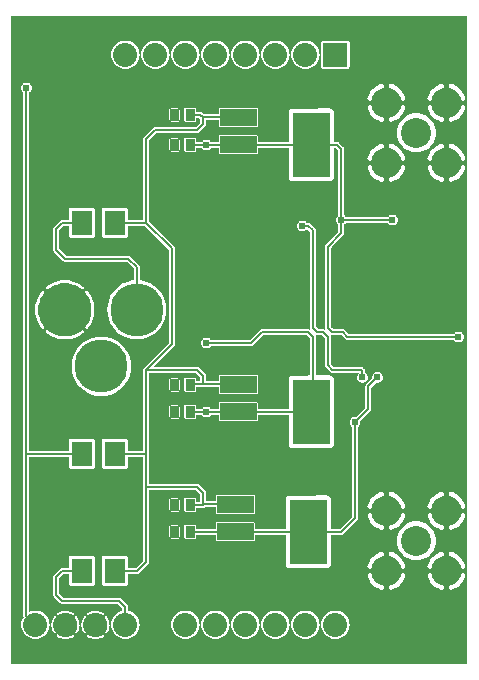
<source format=gbr>
G04 start of page 3 for group 1 idx 1 *
G04 Title: (unknown), bottom *
G04 Creator: pcb 1.99z *
G04 CreationDate: Sun 31 May 2020 07:54:01 PM GMT UTC *
G04 For: mark *
G04 Format: Gerber/RS-274X *
G04 PCB-Dimensions (mil): 2200.00 2300.00 *
G04 PCB-Coordinate-Origin: lower left *
%MOIN*%
%FSLAX25Y25*%
%LNBOTTOM*%
%ADD43C,0.0240*%
%ADD42R,0.0295X0.0295*%
%ADD41R,0.0690X0.0690*%
%ADD40R,0.0560X0.0560*%
%ADD39R,0.1220X0.1220*%
%ADD38C,0.1772*%
%ADD37C,0.1000*%
%ADD36C,0.0800*%
%ADD35C,0.0080*%
%ADD34C,0.0001*%
%ADD33C,0.0120*%
%ADD32C,0.1181*%
%ADD31C,0.0670*%
%ADD30C,0.0400*%
G54D30*G54D31*G54D30*G54D32*G54D30*G54D31*G54D33*G54D34*G36*
X154997Y170194D02*X155164Y170336D01*
X155317Y170516D01*
X155441Y170717D01*
X155531Y170935D01*
X155586Y171165D01*
X155600Y171400D01*
X155594Y181000D01*
X156086D01*
X157000Y180086D01*
Y158498D01*
X156939Y158461D01*
X156723Y158277D01*
X156539Y158061D01*
X156391Y157820D01*
X156283Y157558D01*
X156217Y157282D01*
X156194Y157000D01*
X156217Y156718D01*
X156283Y156442D01*
X156391Y156180D01*
X156539Y155939D01*
X156723Y155723D01*
X156939Y155539D01*
X157000Y155502D01*
Y152914D01*
X154997Y150911D01*
Y170194D01*
G37*
G36*
X196522Y225000D02*X200000D01*
Y9000D01*
X196522D01*
Y34537D01*
X196730Y34669D01*
X197181Y35015D01*
X197601Y35399D01*
X197985Y35819D01*
X198331Y36270D01*
X198636Y36750D01*
X198898Y37254D01*
X199116Y37779D01*
X199286Y38322D01*
X199308Y38439D01*
X199311Y38557D01*
X199296Y38675D01*
X199262Y38789D01*
X199211Y38896D01*
X199143Y38994D01*
X199062Y39080D01*
X198967Y39152D01*
X198863Y39209D01*
X198751Y39248D01*
X198634Y39270D01*
X198515Y39273D01*
X198397Y39257D01*
X198283Y39224D01*
X198176Y39172D01*
X198078Y39105D01*
X197992Y39023D01*
X197920Y38929D01*
X197864Y38824D01*
X197826Y38712D01*
X197700Y38294D01*
X197533Y37890D01*
X197331Y37502D01*
X197097Y37133D01*
X196831Y36787D01*
X196536Y36464D01*
X196522Y36452D01*
Y43548D01*
X196536Y43536D01*
X196831Y43213D01*
X197097Y42867D01*
X197331Y42498D01*
X197533Y42110D01*
X197700Y41706D01*
X197831Y41290D01*
X197868Y41178D01*
X197924Y41074D01*
X197996Y40980D01*
X198081Y40899D01*
X198179Y40832D01*
X198285Y40781D01*
X198398Y40747D01*
X198515Y40732D01*
X198633Y40735D01*
X198749Y40756D01*
X198861Y40795D01*
X198965Y40852D01*
X199058Y40924D01*
X199140Y41009D01*
X199207Y41106D01*
X199258Y41213D01*
X199291Y41326D01*
X199307Y41443D01*
X199304Y41561D01*
X199280Y41676D01*
X199116Y42221D01*
X198898Y42746D01*
X198636Y43250D01*
X198331Y43730D01*
X197985Y44181D01*
X197601Y44601D01*
X197181Y44985D01*
X196730Y45331D01*
X196522Y45463D01*
Y54537D01*
X196730Y54669D01*
X197181Y55015D01*
X197601Y55399D01*
X197985Y55819D01*
X198331Y56270D01*
X198636Y56750D01*
X198898Y57254D01*
X199116Y57779D01*
X199286Y58322D01*
X199308Y58439D01*
X199311Y58557D01*
X199296Y58675D01*
X199262Y58789D01*
X199211Y58896D01*
X199143Y58994D01*
X199062Y59080D01*
X198967Y59152D01*
X198863Y59209D01*
X198751Y59248D01*
X198634Y59270D01*
X198515Y59273D01*
X198397Y59257D01*
X198283Y59224D01*
X198176Y59172D01*
X198078Y59105D01*
X197992Y59023D01*
X197920Y58929D01*
X197864Y58824D01*
X197826Y58712D01*
X197700Y58294D01*
X197533Y57890D01*
X197331Y57502D01*
X197097Y57133D01*
X196831Y56787D01*
X196536Y56464D01*
X196522Y56452D01*
Y63548D01*
X196536Y63536D01*
X196831Y63213D01*
X197097Y62867D01*
X197331Y62498D01*
X197533Y62110D01*
X197700Y61706D01*
X197831Y61290D01*
X197868Y61178D01*
X197924Y61074D01*
X197996Y60980D01*
X198081Y60899D01*
X198179Y60832D01*
X198285Y60781D01*
X198398Y60747D01*
X198515Y60732D01*
X198633Y60735D01*
X198749Y60756D01*
X198861Y60795D01*
X198965Y60852D01*
X199058Y60924D01*
X199140Y61009D01*
X199207Y61106D01*
X199258Y61213D01*
X199291Y61326D01*
X199307Y61443D01*
X199304Y61561D01*
X199280Y61676D01*
X199116Y62221D01*
X198898Y62746D01*
X198636Y63250D01*
X198331Y63730D01*
X197985Y64181D01*
X197601Y64601D01*
X197181Y64985D01*
X196730Y65331D01*
X196522Y65463D01*
Y116264D01*
X196718Y116217D01*
X197000Y116194D01*
X197282Y116217D01*
X197558Y116283D01*
X197820Y116391D01*
X198061Y116539D01*
X198277Y116723D01*
X198461Y116939D01*
X198609Y117180D01*
X198717Y117442D01*
X198783Y117718D01*
X198800Y118000D01*
X198783Y118282D01*
X198717Y118558D01*
X198609Y118820D01*
X198461Y119061D01*
X198277Y119277D01*
X198061Y119461D01*
X197820Y119609D01*
X197558Y119717D01*
X197282Y119783D01*
X197000Y119806D01*
X196718Y119783D01*
X196522Y119736D01*
Y170537D01*
X196730Y170669D01*
X197181Y171015D01*
X197601Y171399D01*
X197985Y171819D01*
X198331Y172270D01*
X198636Y172750D01*
X198898Y173254D01*
X199116Y173779D01*
X199286Y174322D01*
X199308Y174439D01*
X199311Y174557D01*
X199296Y174675D01*
X199262Y174789D01*
X199211Y174896D01*
X199143Y174994D01*
X199062Y175080D01*
X198967Y175152D01*
X198863Y175209D01*
X198751Y175248D01*
X198634Y175270D01*
X198515Y175273D01*
X198397Y175257D01*
X198283Y175224D01*
X198176Y175172D01*
X198078Y175105D01*
X197992Y175023D01*
X197920Y174929D01*
X197864Y174824D01*
X197826Y174712D01*
X197700Y174294D01*
X197533Y173890D01*
X197331Y173502D01*
X197097Y173133D01*
X196831Y172787D01*
X196536Y172464D01*
X196522Y172452D01*
Y179548D01*
X196536Y179536D01*
X196831Y179213D01*
X197097Y178867D01*
X197331Y178498D01*
X197533Y178110D01*
X197700Y177706D01*
X197831Y177290D01*
X197868Y177178D01*
X197924Y177074D01*
X197996Y176980D01*
X198081Y176899D01*
X198179Y176832D01*
X198285Y176781D01*
X198398Y176747D01*
X198515Y176732D01*
X198633Y176735D01*
X198749Y176756D01*
X198861Y176795D01*
X198965Y176852D01*
X199058Y176924D01*
X199140Y177009D01*
X199207Y177106D01*
X199258Y177213D01*
X199291Y177326D01*
X199307Y177443D01*
X199304Y177561D01*
X199280Y177676D01*
X199116Y178221D01*
X198898Y178746D01*
X198636Y179250D01*
X198331Y179730D01*
X197985Y180181D01*
X197601Y180601D01*
X197181Y180985D01*
X196730Y181331D01*
X196522Y181463D01*
Y190537D01*
X196730Y190669D01*
X197181Y191015D01*
X197601Y191399D01*
X197985Y191819D01*
X198331Y192270D01*
X198636Y192750D01*
X198898Y193254D01*
X199116Y193779D01*
X199286Y194322D01*
X199308Y194439D01*
X199311Y194557D01*
X199296Y194675D01*
X199262Y194789D01*
X199211Y194896D01*
X199143Y194994D01*
X199062Y195080D01*
X198967Y195152D01*
X198863Y195209D01*
X198751Y195248D01*
X198634Y195270D01*
X198515Y195273D01*
X198397Y195257D01*
X198283Y195224D01*
X198176Y195172D01*
X198078Y195105D01*
X197992Y195023D01*
X197920Y194929D01*
X197864Y194824D01*
X197826Y194712D01*
X197700Y194294D01*
X197533Y193890D01*
X197331Y193502D01*
X197097Y193133D01*
X196831Y192787D01*
X196536Y192464D01*
X196522Y192452D01*
Y199548D01*
X196536Y199536D01*
X196831Y199213D01*
X197097Y198867D01*
X197331Y198498D01*
X197533Y198110D01*
X197700Y197706D01*
X197831Y197290D01*
X197868Y197178D01*
X197924Y197074D01*
X197996Y196980D01*
X198081Y196899D01*
X198179Y196832D01*
X198285Y196781D01*
X198398Y196747D01*
X198515Y196732D01*
X198633Y196735D01*
X198749Y196756D01*
X198861Y196795D01*
X198965Y196852D01*
X199058Y196924D01*
X199140Y197009D01*
X199207Y197106D01*
X199258Y197213D01*
X199291Y197326D01*
X199307Y197443D01*
X199304Y197561D01*
X199280Y197676D01*
X199116Y198221D01*
X198898Y198746D01*
X198636Y199250D01*
X198331Y199730D01*
X197985Y200181D01*
X197601Y200601D01*
X197181Y200985D01*
X196730Y201331D01*
X196522Y201463D01*
Y225000D01*
G37*
G36*
Y9000D02*X189478D01*
Y34537D01*
X189750Y34364D01*
X190254Y34102D01*
X190779Y33884D01*
X191322Y33714D01*
X191439Y33692D01*
X191557Y33689D01*
X191675Y33704D01*
X191789Y33738D01*
X191896Y33789D01*
X191994Y33857D01*
X192080Y33938D01*
X192152Y34033D01*
X192209Y34137D01*
X192248Y34249D01*
X192270Y34366D01*
X192273Y34485D01*
X192257Y34603D01*
X192224Y34717D01*
X192172Y34824D01*
X192105Y34922D01*
X192023Y35008D01*
X191929Y35080D01*
X191824Y35136D01*
X191712Y35174D01*
X191294Y35300D01*
X190890Y35467D01*
X190502Y35669D01*
X190133Y35903D01*
X189787Y36169D01*
X189478Y36452D01*
Y43548D01*
X189787Y43831D01*
X190133Y44097D01*
X190502Y44331D01*
X190890Y44533D01*
X191294Y44700D01*
X191710Y44831D01*
X191822Y44868D01*
X191926Y44924D01*
X192020Y44996D01*
X192101Y45081D01*
X192168Y45179D01*
X192219Y45285D01*
X192253Y45398D01*
X192268Y45515D01*
X192265Y45633D01*
X192244Y45749D01*
X192205Y45861D01*
X192148Y45965D01*
X192076Y46058D01*
X191991Y46140D01*
X191894Y46207D01*
X191787Y46258D01*
X191674Y46291D01*
X191557Y46307D01*
X191439Y46304D01*
X191324Y46280D01*
X190779Y46116D01*
X190254Y45898D01*
X189750Y45636D01*
X189478Y45463D01*
Y49633D01*
X189500Y50000D01*
X189478Y50367D01*
Y54537D01*
X189750Y54364D01*
X190254Y54102D01*
X190779Y53884D01*
X191322Y53714D01*
X191439Y53692D01*
X191557Y53689D01*
X191675Y53704D01*
X191789Y53738D01*
X191896Y53789D01*
X191994Y53857D01*
X192080Y53938D01*
X192152Y54033D01*
X192209Y54137D01*
X192248Y54249D01*
X192270Y54366D01*
X192273Y54485D01*
X192257Y54603D01*
X192224Y54717D01*
X192172Y54824D01*
X192105Y54922D01*
X192023Y55008D01*
X191929Y55080D01*
X191824Y55136D01*
X191712Y55174D01*
X191294Y55300D01*
X190890Y55467D01*
X190502Y55669D01*
X190133Y55903D01*
X189787Y56169D01*
X189478Y56452D01*
Y63548D01*
X189787Y63831D01*
X190133Y64097D01*
X190502Y64331D01*
X190890Y64533D01*
X191294Y64700D01*
X191710Y64831D01*
X191822Y64868D01*
X191926Y64924D01*
X192020Y64996D01*
X192101Y65081D01*
X192168Y65179D01*
X192219Y65285D01*
X192253Y65398D01*
X192268Y65515D01*
X192265Y65633D01*
X192244Y65749D01*
X192205Y65861D01*
X192148Y65965D01*
X192076Y66058D01*
X191991Y66140D01*
X191894Y66207D01*
X191787Y66258D01*
X191674Y66291D01*
X191557Y66307D01*
X191439Y66304D01*
X191324Y66280D01*
X190779Y66116D01*
X190254Y65898D01*
X189750Y65636D01*
X189478Y65463D01*
Y117000D01*
X195502D01*
X195539Y116939D01*
X195723Y116723D01*
X195939Y116539D01*
X196180Y116391D01*
X196442Y116283D01*
X196522Y116264D01*
Y65463D01*
X196250Y65636D01*
X195746Y65898D01*
X195221Y66116D01*
X194678Y66286D01*
X194561Y66308D01*
X194443Y66311D01*
X194325Y66296D01*
X194211Y66262D01*
X194104Y66211D01*
X194006Y66143D01*
X193920Y66062D01*
X193848Y65967D01*
X193791Y65863D01*
X193752Y65751D01*
X193730Y65634D01*
X193727Y65515D01*
X193743Y65397D01*
X193776Y65283D01*
X193828Y65176D01*
X193895Y65078D01*
X193977Y64992D01*
X194071Y64920D01*
X194176Y64864D01*
X194288Y64826D01*
X194706Y64700D01*
X195110Y64533D01*
X195498Y64331D01*
X195867Y64097D01*
X196213Y63831D01*
X196522Y63548D01*
Y56452D01*
X196213Y56169D01*
X195867Y55903D01*
X195498Y55669D01*
X195110Y55467D01*
X194706Y55300D01*
X194290Y55169D01*
X194178Y55132D01*
X194074Y55076D01*
X193980Y55004D01*
X193899Y54919D01*
X193832Y54821D01*
X193781Y54715D01*
X193747Y54602D01*
X193732Y54485D01*
X193735Y54367D01*
X193756Y54251D01*
X193795Y54139D01*
X193852Y54035D01*
X193924Y53942D01*
X194009Y53860D01*
X194106Y53793D01*
X194213Y53742D01*
X194326Y53709D01*
X194443Y53693D01*
X194561Y53696D01*
X194676Y53720D01*
X195221Y53884D01*
X195746Y54102D01*
X196250Y54364D01*
X196522Y54537D01*
Y45463D01*
X196250Y45636D01*
X195746Y45898D01*
X195221Y46116D01*
X194678Y46286D01*
X194561Y46308D01*
X194443Y46311D01*
X194325Y46296D01*
X194211Y46262D01*
X194104Y46211D01*
X194006Y46143D01*
X193920Y46062D01*
X193848Y45967D01*
X193791Y45863D01*
X193752Y45751D01*
X193730Y45634D01*
X193727Y45515D01*
X193743Y45397D01*
X193776Y45283D01*
X193828Y45176D01*
X193895Y45078D01*
X193977Y44992D01*
X194071Y44920D01*
X194176Y44864D01*
X194288Y44826D01*
X194706Y44700D01*
X195110Y44533D01*
X195498Y44331D01*
X195867Y44097D01*
X196213Y43831D01*
X196522Y43548D01*
Y36452D01*
X196213Y36169D01*
X195867Y35903D01*
X195498Y35669D01*
X195110Y35467D01*
X194706Y35300D01*
X194290Y35169D01*
X194178Y35132D01*
X194074Y35076D01*
X193980Y35004D01*
X193899Y34919D01*
X193832Y34821D01*
X193781Y34715D01*
X193747Y34602D01*
X193732Y34485D01*
X193735Y34367D01*
X193756Y34251D01*
X193795Y34139D01*
X193852Y34035D01*
X193924Y33942D01*
X194009Y33860D01*
X194106Y33793D01*
X194213Y33742D01*
X194326Y33709D01*
X194443Y33693D01*
X194561Y33696D01*
X194676Y33720D01*
X195221Y33884D01*
X195746Y34102D01*
X196250Y34364D01*
X196522Y34537D01*
Y9000D01*
G37*
G36*
X189478Y50367D02*X189440Y51020D01*
X189201Y52015D01*
X188809Y52960D01*
X188275Y53832D01*
X187610Y54610D01*
X186832Y55275D01*
X185960Y55809D01*
X185015Y56201D01*
X184020Y56440D01*
X183000Y56520D01*
X182990Y56519D01*
Y117000D01*
X189478D01*
Y65463D01*
X189270Y65331D01*
X188819Y64985D01*
X188399Y64601D01*
X188015Y64181D01*
X187669Y63730D01*
X187364Y63250D01*
X187102Y62746D01*
X186884Y62221D01*
X186714Y61678D01*
X186692Y61561D01*
X186689Y61443D01*
X186704Y61325D01*
X186738Y61211D01*
X186789Y61104D01*
X186857Y61006D01*
X186938Y60920D01*
X187033Y60848D01*
X187137Y60791D01*
X187249Y60752D01*
X187366Y60730D01*
X187485Y60727D01*
X187603Y60743D01*
X187717Y60776D01*
X187824Y60828D01*
X187922Y60895D01*
X188008Y60977D01*
X188080Y61071D01*
X188136Y61176D01*
X188174Y61288D01*
X188300Y61706D01*
X188467Y62110D01*
X188669Y62498D01*
X188903Y62867D01*
X189169Y63213D01*
X189464Y63536D01*
X189478Y63548D01*
Y56452D01*
X189464Y56464D01*
X189169Y56787D01*
X188903Y57133D01*
X188669Y57502D01*
X188467Y57890D01*
X188300Y58294D01*
X188169Y58710D01*
X188132Y58822D01*
X188076Y58926D01*
X188004Y59020D01*
X187919Y59101D01*
X187821Y59168D01*
X187715Y59219D01*
X187602Y59253D01*
X187485Y59268D01*
X187367Y59265D01*
X187251Y59244D01*
X187139Y59205D01*
X187035Y59148D01*
X186942Y59076D01*
X186860Y58991D01*
X186793Y58894D01*
X186742Y58787D01*
X186709Y58674D01*
X186693Y58557D01*
X186696Y58439D01*
X186720Y58324D01*
X186884Y57779D01*
X187102Y57254D01*
X187364Y56750D01*
X187669Y56270D01*
X188015Y55819D01*
X188399Y55399D01*
X188819Y55015D01*
X189270Y54669D01*
X189478Y54537D01*
Y50367D01*
G37*
G36*
Y9000D02*X182990D01*
Y43481D01*
X183000Y43480D01*
X184020Y43560D01*
X185015Y43799D01*
X185960Y44191D01*
X186832Y44725D01*
X187610Y45390D01*
X188275Y46168D01*
X188809Y47040D01*
X189201Y47985D01*
X189440Y48980D01*
X189478Y49633D01*
Y45463D01*
X189270Y45331D01*
X188819Y44985D01*
X188399Y44601D01*
X188015Y44181D01*
X187669Y43730D01*
X187364Y43250D01*
X187102Y42746D01*
X186884Y42221D01*
X186714Y41678D01*
X186692Y41561D01*
X186689Y41443D01*
X186704Y41325D01*
X186738Y41211D01*
X186789Y41104D01*
X186857Y41006D01*
X186938Y40920D01*
X187033Y40848D01*
X187137Y40791D01*
X187249Y40752D01*
X187366Y40730D01*
X187485Y40727D01*
X187603Y40743D01*
X187717Y40776D01*
X187824Y40828D01*
X187922Y40895D01*
X188008Y40977D01*
X188080Y41071D01*
X188136Y41176D01*
X188174Y41288D01*
X188300Y41706D01*
X188467Y42110D01*
X188669Y42498D01*
X188903Y42867D01*
X189169Y43213D01*
X189464Y43536D01*
X189478Y43548D01*
Y36452D01*
X189464Y36464D01*
X189169Y36787D01*
X188903Y37133D01*
X188669Y37502D01*
X188467Y37890D01*
X188300Y38294D01*
X188169Y38710D01*
X188132Y38822D01*
X188076Y38926D01*
X188004Y39020D01*
X187919Y39101D01*
X187821Y39168D01*
X187715Y39219D01*
X187602Y39253D01*
X187485Y39268D01*
X187367Y39265D01*
X187251Y39244D01*
X187139Y39205D01*
X187035Y39148D01*
X186942Y39076D01*
X186860Y38991D01*
X186793Y38894D01*
X186742Y38787D01*
X186709Y38674D01*
X186693Y38557D01*
X186696Y38439D01*
X186720Y38324D01*
X186884Y37779D01*
X187102Y37254D01*
X187364Y36750D01*
X187669Y36270D01*
X188015Y35819D01*
X188399Y35399D01*
X188819Y35015D01*
X189270Y34669D01*
X189478Y34537D01*
Y9000D01*
G37*
G36*
Y225000D02*X196522D01*
Y201463D01*
X196250Y201636D01*
X195746Y201898D01*
X195221Y202116D01*
X194678Y202286D01*
X194561Y202308D01*
X194443Y202311D01*
X194325Y202296D01*
X194211Y202262D01*
X194104Y202211D01*
X194006Y202143D01*
X193920Y202062D01*
X193848Y201967D01*
X193791Y201863D01*
X193752Y201751D01*
X193730Y201634D01*
X193727Y201515D01*
X193743Y201397D01*
X193776Y201283D01*
X193828Y201176D01*
X193895Y201078D01*
X193977Y200992D01*
X194071Y200920D01*
X194176Y200864D01*
X194288Y200826D01*
X194706Y200700D01*
X195110Y200533D01*
X195498Y200331D01*
X195867Y200097D01*
X196213Y199831D01*
X196522Y199548D01*
Y192452D01*
X196213Y192169D01*
X195867Y191903D01*
X195498Y191669D01*
X195110Y191467D01*
X194706Y191300D01*
X194290Y191169D01*
X194178Y191132D01*
X194074Y191076D01*
X193980Y191004D01*
X193899Y190919D01*
X193832Y190821D01*
X193781Y190715D01*
X193747Y190602D01*
X193732Y190485D01*
X193735Y190367D01*
X193756Y190251D01*
X193795Y190139D01*
X193852Y190035D01*
X193924Y189942D01*
X194009Y189860D01*
X194106Y189793D01*
X194213Y189742D01*
X194326Y189709D01*
X194443Y189693D01*
X194561Y189696D01*
X194676Y189720D01*
X195221Y189884D01*
X195746Y190102D01*
X196250Y190364D01*
X196522Y190537D01*
Y181463D01*
X196250Y181636D01*
X195746Y181898D01*
X195221Y182116D01*
X194678Y182286D01*
X194561Y182308D01*
X194443Y182311D01*
X194325Y182296D01*
X194211Y182262D01*
X194104Y182211D01*
X194006Y182143D01*
X193920Y182062D01*
X193848Y181967D01*
X193791Y181863D01*
X193752Y181751D01*
X193730Y181634D01*
X193727Y181515D01*
X193743Y181397D01*
X193776Y181283D01*
X193828Y181176D01*
X193895Y181078D01*
X193977Y180992D01*
X194071Y180920D01*
X194176Y180864D01*
X194288Y180826D01*
X194706Y180700D01*
X195110Y180533D01*
X195498Y180331D01*
X195867Y180097D01*
X196213Y179831D01*
X196522Y179548D01*
Y172452D01*
X196213Y172169D01*
X195867Y171903D01*
X195498Y171669D01*
X195110Y171467D01*
X194706Y171300D01*
X194290Y171169D01*
X194178Y171132D01*
X194074Y171076D01*
X193980Y171004D01*
X193899Y170919D01*
X193832Y170821D01*
X193781Y170715D01*
X193747Y170602D01*
X193732Y170485D01*
X193735Y170367D01*
X193756Y170251D01*
X193795Y170139D01*
X193852Y170035D01*
X193924Y169942D01*
X194009Y169860D01*
X194106Y169793D01*
X194213Y169742D01*
X194326Y169709D01*
X194443Y169693D01*
X194561Y169696D01*
X194676Y169720D01*
X195221Y169884D01*
X195746Y170102D01*
X196250Y170364D01*
X196522Y170537D01*
Y119736D01*
X196442Y119717D01*
X196180Y119609D01*
X195939Y119461D01*
X195723Y119277D01*
X195539Y119061D01*
X195502Y119000D01*
X189478D01*
Y170537D01*
X189750Y170364D01*
X190254Y170102D01*
X190779Y169884D01*
X191322Y169714D01*
X191439Y169692D01*
X191557Y169689D01*
X191675Y169704D01*
X191789Y169738D01*
X191896Y169789D01*
X191994Y169857D01*
X192080Y169938D01*
X192152Y170033D01*
X192209Y170137D01*
X192248Y170249D01*
X192270Y170366D01*
X192273Y170485D01*
X192257Y170603D01*
X192224Y170717D01*
X192172Y170824D01*
X192105Y170922D01*
X192023Y171008D01*
X191929Y171080D01*
X191824Y171136D01*
X191712Y171174D01*
X191294Y171300D01*
X190890Y171467D01*
X190502Y171669D01*
X190133Y171903D01*
X189787Y172169D01*
X189478Y172452D01*
Y179548D01*
X189787Y179831D01*
X190133Y180097D01*
X190502Y180331D01*
X190890Y180533D01*
X191294Y180700D01*
X191710Y180831D01*
X191822Y180868D01*
X191926Y180924D01*
X192020Y180996D01*
X192101Y181081D01*
X192168Y181179D01*
X192219Y181285D01*
X192253Y181398D01*
X192268Y181515D01*
X192265Y181633D01*
X192244Y181749D01*
X192205Y181861D01*
X192148Y181965D01*
X192076Y182058D01*
X191991Y182140D01*
X191894Y182207D01*
X191787Y182258D01*
X191674Y182291D01*
X191557Y182307D01*
X191439Y182304D01*
X191324Y182280D01*
X190779Y182116D01*
X190254Y181898D01*
X189750Y181636D01*
X189478Y181463D01*
Y185633D01*
X189500Y186000D01*
X189478Y186367D01*
Y190537D01*
X189750Y190364D01*
X190254Y190102D01*
X190779Y189884D01*
X191322Y189714D01*
X191439Y189692D01*
X191557Y189689D01*
X191675Y189704D01*
X191789Y189738D01*
X191896Y189789D01*
X191994Y189857D01*
X192080Y189938D01*
X192152Y190033D01*
X192209Y190137D01*
X192248Y190249D01*
X192270Y190366D01*
X192273Y190485D01*
X192257Y190603D01*
X192224Y190717D01*
X192172Y190824D01*
X192105Y190922D01*
X192023Y191008D01*
X191929Y191080D01*
X191824Y191136D01*
X191712Y191174D01*
X191294Y191300D01*
X190890Y191467D01*
X190502Y191669D01*
X190133Y191903D01*
X189787Y192169D01*
X189478Y192452D01*
Y199548D01*
X189787Y199831D01*
X190133Y200097D01*
X190502Y200331D01*
X190890Y200533D01*
X191294Y200700D01*
X191710Y200831D01*
X191822Y200868D01*
X191926Y200924D01*
X192020Y200996D01*
X192101Y201081D01*
X192168Y201179D01*
X192219Y201285D01*
X192253Y201398D01*
X192268Y201515D01*
X192265Y201633D01*
X192244Y201749D01*
X192205Y201861D01*
X192148Y201965D01*
X192076Y202058D01*
X191991Y202140D01*
X191894Y202207D01*
X191787Y202258D01*
X191674Y202291D01*
X191557Y202307D01*
X191439Y202304D01*
X191324Y202280D01*
X190779Y202116D01*
X190254Y201898D01*
X189750Y201636D01*
X189478Y201463D01*
Y225000D01*
G37*
G36*
Y119000D02*X182990D01*
Y179481D01*
X183000Y179480D01*
X184020Y179560D01*
X185015Y179799D01*
X185960Y180191D01*
X186832Y180725D01*
X187610Y181390D01*
X188275Y182168D01*
X188809Y183040D01*
X189201Y183985D01*
X189440Y184980D01*
X189478Y185633D01*
Y181463D01*
X189270Y181331D01*
X188819Y180985D01*
X188399Y180601D01*
X188015Y180181D01*
X187669Y179730D01*
X187364Y179250D01*
X187102Y178746D01*
X186884Y178221D01*
X186714Y177678D01*
X186692Y177561D01*
X186689Y177443D01*
X186704Y177325D01*
X186738Y177211D01*
X186789Y177104D01*
X186857Y177006D01*
X186938Y176920D01*
X187033Y176848D01*
X187137Y176791D01*
X187249Y176752D01*
X187366Y176730D01*
X187485Y176727D01*
X187603Y176743D01*
X187717Y176776D01*
X187824Y176828D01*
X187922Y176895D01*
X188008Y176977D01*
X188080Y177071D01*
X188136Y177176D01*
X188174Y177288D01*
X188300Y177706D01*
X188467Y178110D01*
X188669Y178498D01*
X188903Y178867D01*
X189169Y179213D01*
X189464Y179536D01*
X189478Y179548D01*
Y172452D01*
X189464Y172464D01*
X189169Y172787D01*
X188903Y173133D01*
X188669Y173502D01*
X188467Y173890D01*
X188300Y174294D01*
X188169Y174710D01*
X188132Y174822D01*
X188076Y174926D01*
X188004Y175020D01*
X187919Y175101D01*
X187821Y175168D01*
X187715Y175219D01*
X187602Y175253D01*
X187485Y175268D01*
X187367Y175265D01*
X187251Y175244D01*
X187139Y175205D01*
X187035Y175148D01*
X186942Y175076D01*
X186860Y174991D01*
X186793Y174894D01*
X186742Y174787D01*
X186709Y174674D01*
X186693Y174557D01*
X186696Y174439D01*
X186720Y174324D01*
X186884Y173779D01*
X187102Y173254D01*
X187364Y172750D01*
X187669Y172270D01*
X188015Y171819D01*
X188399Y171399D01*
X188819Y171015D01*
X189270Y170669D01*
X189478Y170537D01*
Y119000D01*
G37*
G36*
X182990Y225000D02*X189478D01*
Y201463D01*
X189270Y201331D01*
X188819Y200985D01*
X188399Y200601D01*
X188015Y200181D01*
X187669Y199730D01*
X187364Y199250D01*
X187102Y198746D01*
X186884Y198221D01*
X186714Y197678D01*
X186692Y197561D01*
X186689Y197443D01*
X186704Y197325D01*
X186738Y197211D01*
X186789Y197104D01*
X186857Y197006D01*
X186938Y196920D01*
X187033Y196848D01*
X187137Y196791D01*
X187249Y196752D01*
X187366Y196730D01*
X187485Y196727D01*
X187603Y196743D01*
X187717Y196776D01*
X187824Y196828D01*
X187922Y196895D01*
X188008Y196977D01*
X188080Y197071D01*
X188136Y197176D01*
X188174Y197288D01*
X188300Y197706D01*
X188467Y198110D01*
X188669Y198498D01*
X188903Y198867D01*
X189169Y199213D01*
X189464Y199536D01*
X189478Y199548D01*
Y192452D01*
X189464Y192464D01*
X189169Y192787D01*
X188903Y193133D01*
X188669Y193502D01*
X188467Y193890D01*
X188300Y194294D01*
X188169Y194710D01*
X188132Y194822D01*
X188076Y194926D01*
X188004Y195020D01*
X187919Y195101D01*
X187821Y195168D01*
X187715Y195219D01*
X187602Y195253D01*
X187485Y195268D01*
X187367Y195265D01*
X187251Y195244D01*
X187139Y195205D01*
X187035Y195148D01*
X186942Y195076D01*
X186860Y194991D01*
X186793Y194894D01*
X186742Y194787D01*
X186709Y194674D01*
X186693Y194557D01*
X186696Y194439D01*
X186720Y194324D01*
X186884Y193779D01*
X187102Y193254D01*
X187364Y192750D01*
X187669Y192270D01*
X188015Y191819D01*
X188399Y191399D01*
X188819Y191015D01*
X189270Y190669D01*
X189478Y190537D01*
Y186367D01*
X189440Y187020D01*
X189201Y188015D01*
X188809Y188960D01*
X188275Y189832D01*
X187610Y190610D01*
X186832Y191275D01*
X185960Y191809D01*
X185015Y192201D01*
X184020Y192440D01*
X183000Y192520D01*
X182990Y192519D01*
Y225000D01*
G37*
G36*
X176522Y117000D02*X182990D01*
Y56519D01*
X181980Y56440D01*
X180985Y56201D01*
X180040Y55809D01*
X179168Y55275D01*
X178390Y54610D01*
X177725Y53832D01*
X177191Y52960D01*
X176799Y52015D01*
X176560Y51020D01*
X176522Y50530D01*
Y54537D01*
X176730Y54669D01*
X177181Y55015D01*
X177601Y55399D01*
X177985Y55819D01*
X178331Y56270D01*
X178636Y56750D01*
X178898Y57254D01*
X179116Y57779D01*
X179286Y58322D01*
X179308Y58439D01*
X179311Y58557D01*
X179296Y58675D01*
X179262Y58789D01*
X179211Y58896D01*
X179143Y58994D01*
X179062Y59080D01*
X178967Y59152D01*
X178863Y59209D01*
X178751Y59248D01*
X178634Y59270D01*
X178515Y59273D01*
X178397Y59257D01*
X178283Y59224D01*
X178176Y59172D01*
X178078Y59105D01*
X177992Y59023D01*
X177920Y58929D01*
X177864Y58824D01*
X177826Y58712D01*
X177700Y58294D01*
X177533Y57890D01*
X177331Y57502D01*
X177097Y57133D01*
X176831Y56787D01*
X176536Y56464D01*
X176522Y56452D01*
Y63548D01*
X176536Y63536D01*
X176831Y63213D01*
X177097Y62867D01*
X177331Y62498D01*
X177533Y62110D01*
X177700Y61706D01*
X177831Y61290D01*
X177868Y61178D01*
X177924Y61074D01*
X177996Y60980D01*
X178081Y60899D01*
X178179Y60832D01*
X178285Y60781D01*
X178398Y60747D01*
X178515Y60732D01*
X178633Y60735D01*
X178749Y60756D01*
X178861Y60795D01*
X178965Y60852D01*
X179058Y60924D01*
X179140Y61009D01*
X179207Y61106D01*
X179258Y61213D01*
X179291Y61326D01*
X179307Y61443D01*
X179304Y61561D01*
X179280Y61676D01*
X179116Y62221D01*
X178898Y62746D01*
X178636Y63250D01*
X178331Y63730D01*
X177985Y64181D01*
X177601Y64601D01*
X177181Y64985D01*
X176730Y65331D01*
X176522Y65463D01*
Y117000D01*
G37*
G36*
X182990Y9000D02*X176522D01*
Y34537D01*
X176730Y34669D01*
X177181Y35015D01*
X177601Y35399D01*
X177985Y35819D01*
X178331Y36270D01*
X178636Y36750D01*
X178898Y37254D01*
X179116Y37779D01*
X179286Y38322D01*
X179308Y38439D01*
X179311Y38557D01*
X179296Y38675D01*
X179262Y38789D01*
X179211Y38896D01*
X179143Y38994D01*
X179062Y39080D01*
X178967Y39152D01*
X178863Y39209D01*
X178751Y39248D01*
X178634Y39270D01*
X178515Y39273D01*
X178397Y39257D01*
X178283Y39224D01*
X178176Y39172D01*
X178078Y39105D01*
X177992Y39023D01*
X177920Y38929D01*
X177864Y38824D01*
X177826Y38712D01*
X177700Y38294D01*
X177533Y37890D01*
X177331Y37502D01*
X177097Y37133D01*
X176831Y36787D01*
X176536Y36464D01*
X176522Y36452D01*
Y43548D01*
X176536Y43536D01*
X176831Y43213D01*
X177097Y42867D01*
X177331Y42498D01*
X177533Y42110D01*
X177700Y41706D01*
X177831Y41290D01*
X177868Y41178D01*
X177924Y41074D01*
X177996Y40980D01*
X178081Y40899D01*
X178179Y40832D01*
X178285Y40781D01*
X178398Y40747D01*
X178515Y40732D01*
X178633Y40735D01*
X178749Y40756D01*
X178861Y40795D01*
X178965Y40852D01*
X179058Y40924D01*
X179140Y41009D01*
X179207Y41106D01*
X179258Y41213D01*
X179291Y41326D01*
X179307Y41443D01*
X179304Y41561D01*
X179280Y41676D01*
X179116Y42221D01*
X178898Y42746D01*
X178636Y43250D01*
X178331Y43730D01*
X177985Y44181D01*
X177601Y44601D01*
X177181Y44985D01*
X176730Y45331D01*
X176522Y45463D01*
Y49470D01*
X176560Y48980D01*
X176799Y47985D01*
X177191Y47040D01*
X177725Y46168D01*
X178390Y45390D01*
X179168Y44725D01*
X180040Y44191D01*
X180985Y43799D01*
X181980Y43560D01*
X182990Y43481D01*
Y9000D01*
G37*
G36*
X176522D02*X169478D01*
Y34537D01*
X169750Y34364D01*
X170254Y34102D01*
X170779Y33884D01*
X171322Y33714D01*
X171439Y33692D01*
X171557Y33689D01*
X171675Y33704D01*
X171789Y33738D01*
X171896Y33789D01*
X171994Y33857D01*
X172080Y33938D01*
X172152Y34033D01*
X172209Y34137D01*
X172248Y34249D01*
X172270Y34366D01*
X172273Y34485D01*
X172257Y34603D01*
X172224Y34717D01*
X172172Y34824D01*
X172105Y34922D01*
X172023Y35008D01*
X171929Y35080D01*
X171824Y35136D01*
X171712Y35174D01*
X171294Y35300D01*
X170890Y35467D01*
X170502Y35669D01*
X170133Y35903D01*
X169787Y36169D01*
X169478Y36452D01*
Y43548D01*
X169787Y43831D01*
X170133Y44097D01*
X170502Y44331D01*
X170890Y44533D01*
X171294Y44700D01*
X171710Y44831D01*
X171822Y44868D01*
X171926Y44924D01*
X172020Y44996D01*
X172101Y45081D01*
X172168Y45179D01*
X172219Y45285D01*
X172253Y45398D01*
X172268Y45515D01*
X172265Y45633D01*
X172244Y45749D01*
X172205Y45861D01*
X172148Y45965D01*
X172076Y46058D01*
X171991Y46140D01*
X171894Y46207D01*
X171787Y46258D01*
X171674Y46291D01*
X171557Y46307D01*
X171439Y46304D01*
X171324Y46280D01*
X170779Y46116D01*
X170254Y45898D01*
X169750Y45636D01*
X169478Y45463D01*
Y54537D01*
X169750Y54364D01*
X170254Y54102D01*
X170779Y53884D01*
X171322Y53714D01*
X171439Y53692D01*
X171557Y53689D01*
X171675Y53704D01*
X171789Y53738D01*
X171896Y53789D01*
X171994Y53857D01*
X172080Y53938D01*
X172152Y54033D01*
X172209Y54137D01*
X172248Y54249D01*
X172270Y54366D01*
X172273Y54485D01*
X172257Y54603D01*
X172224Y54717D01*
X172172Y54824D01*
X172105Y54922D01*
X172023Y55008D01*
X171929Y55080D01*
X171824Y55136D01*
X171712Y55174D01*
X171294Y55300D01*
X170890Y55467D01*
X170502Y55669D01*
X170133Y55903D01*
X169787Y56169D01*
X169478Y56452D01*
Y63548D01*
X169787Y63831D01*
X170133Y64097D01*
X170502Y64331D01*
X170890Y64533D01*
X171294Y64700D01*
X171710Y64831D01*
X171822Y64868D01*
X171926Y64924D01*
X172020Y64996D01*
X172101Y65081D01*
X172168Y65179D01*
X172219Y65285D01*
X172253Y65398D01*
X172268Y65515D01*
X172265Y65633D01*
X172244Y65749D01*
X172205Y65861D01*
X172148Y65965D01*
X172076Y66058D01*
X171991Y66140D01*
X171894Y66207D01*
X171787Y66258D01*
X171674Y66291D01*
X171557Y66307D01*
X171439Y66304D01*
X171324Y66280D01*
X170779Y66116D01*
X170254Y65898D01*
X169750Y65636D01*
X169478Y65463D01*
Y102564D01*
X169648Y102733D01*
X169718Y102717D01*
X170000Y102694D01*
X170282Y102717D01*
X170558Y102783D01*
X170820Y102891D01*
X171061Y103039D01*
X171277Y103223D01*
X171461Y103439D01*
X171609Y103680D01*
X171717Y103942D01*
X171783Y104218D01*
X171800Y104500D01*
X171783Y104782D01*
X171717Y105058D01*
X171609Y105320D01*
X171461Y105561D01*
X171277Y105777D01*
X171061Y105961D01*
X170820Y106109D01*
X170558Y106217D01*
X170282Y106283D01*
X170000Y106306D01*
X169718Y106283D01*
X169478Y106226D01*
Y117000D01*
X176522D01*
Y65463D01*
X176250Y65636D01*
X175746Y65898D01*
X175221Y66116D01*
X174678Y66286D01*
X174561Y66308D01*
X174443Y66311D01*
X174325Y66296D01*
X174211Y66262D01*
X174104Y66211D01*
X174006Y66143D01*
X173920Y66062D01*
X173848Y65967D01*
X173791Y65863D01*
X173752Y65751D01*
X173730Y65634D01*
X173727Y65515D01*
X173743Y65397D01*
X173776Y65283D01*
X173828Y65176D01*
X173895Y65078D01*
X173977Y64992D01*
X174071Y64920D01*
X174176Y64864D01*
X174288Y64826D01*
X174706Y64700D01*
X175110Y64533D01*
X175498Y64331D01*
X175867Y64097D01*
X176213Y63831D01*
X176522Y63548D01*
Y56452D01*
X176213Y56169D01*
X175867Y55903D01*
X175498Y55669D01*
X175110Y55467D01*
X174706Y55300D01*
X174290Y55169D01*
X174178Y55132D01*
X174074Y55076D01*
X173980Y55004D01*
X173899Y54919D01*
X173832Y54821D01*
X173781Y54715D01*
X173747Y54602D01*
X173732Y54485D01*
X173735Y54367D01*
X173756Y54251D01*
X173795Y54139D01*
X173852Y54035D01*
X173924Y53942D01*
X174009Y53860D01*
X174106Y53793D01*
X174213Y53742D01*
X174326Y53709D01*
X174443Y53693D01*
X174561Y53696D01*
X174676Y53720D01*
X175221Y53884D01*
X175746Y54102D01*
X176250Y54364D01*
X176522Y54537D01*
Y50530D01*
X176480Y50000D01*
X176522Y49470D01*
Y45463D01*
X176250Y45636D01*
X175746Y45898D01*
X175221Y46116D01*
X174678Y46286D01*
X174561Y46308D01*
X174443Y46311D01*
X174325Y46296D01*
X174211Y46262D01*
X174104Y46211D01*
X174006Y46143D01*
X173920Y46062D01*
X173848Y45967D01*
X173791Y45863D01*
X173752Y45751D01*
X173730Y45634D01*
X173727Y45515D01*
X173743Y45397D01*
X173776Y45283D01*
X173828Y45176D01*
X173895Y45078D01*
X173977Y44992D01*
X174071Y44920D01*
X174176Y44864D01*
X174288Y44826D01*
X174706Y44700D01*
X175110Y44533D01*
X175498Y44331D01*
X175867Y44097D01*
X176213Y43831D01*
X176522Y43548D01*
Y36452D01*
X176213Y36169D01*
X175867Y35903D01*
X175498Y35669D01*
X175110Y35467D01*
X174706Y35300D01*
X174290Y35169D01*
X174178Y35132D01*
X174074Y35076D01*
X173980Y35004D01*
X173899Y34919D01*
X173832Y34821D01*
X173781Y34715D01*
X173747Y34602D01*
X173732Y34485D01*
X173735Y34367D01*
X173756Y34251D01*
X173795Y34139D01*
X173852Y34035D01*
X173924Y33942D01*
X174009Y33860D01*
X174106Y33793D01*
X174213Y33742D01*
X174326Y33709D01*
X174443Y33693D01*
X174561Y33696D01*
X174676Y33720D01*
X175221Y33884D01*
X175746Y34102D01*
X176250Y34364D01*
X176522Y34537D01*
Y9000D01*
G37*
G36*
X169478Y106226D02*X169442Y106217D01*
X169180Y106109D01*
X168939Y105961D01*
X168723Y105777D01*
X168539Y105561D01*
X168391Y105320D01*
X168283Y105058D01*
X168217Y104782D01*
X168194Y104500D01*
X168217Y104218D01*
X168233Y104148D01*
X166321Y102235D01*
X166291Y102209D01*
X166188Y102090D01*
X166106Y101955D01*
X166046Y101810D01*
X166009Y101657D01*
X166009Y101657D01*
X165997Y101500D01*
X166000Y101461D01*
Y94414D01*
X162852Y91267D01*
X162782Y91283D01*
X162500Y91306D01*
X162218Y91283D01*
X161942Y91217D01*
X161680Y91109D01*
X161439Y90961D01*
X161223Y90777D01*
X161039Y90561D01*
X160891Y90320D01*
X160783Y90058D01*
X160717Y89782D01*
X160694Y89500D01*
X160717Y89218D01*
X160783Y88942D01*
X160891Y88680D01*
X161039Y88439D01*
X161223Y88223D01*
X161439Y88039D01*
X161500Y88002D01*
Y57914D01*
X157586Y54000D01*
X154997D01*
Y81194D01*
X155164Y81336D01*
X155317Y81516D01*
X155441Y81717D01*
X155531Y81935D01*
X155586Y82165D01*
X155600Y82400D01*
X155586Y103835D01*
X155531Y104065D01*
X155441Y104283D01*
X155317Y104484D01*
X155164Y104664D01*
X154997Y104806D01*
Y105997D01*
X155000Y105997D01*
X155039Y106000D01*
X164000D01*
Y105998D01*
X163939Y105961D01*
X163723Y105777D01*
X163539Y105561D01*
X163391Y105320D01*
X163283Y105058D01*
X163217Y104782D01*
X163194Y104500D01*
X163217Y104218D01*
X163283Y103942D01*
X163391Y103680D01*
X163539Y103439D01*
X163723Y103223D01*
X163939Y103039D01*
X164180Y102891D01*
X164442Y102783D01*
X164718Y102717D01*
X165000Y102694D01*
X165282Y102717D01*
X165558Y102783D01*
X165820Y102891D01*
X166061Y103039D01*
X166277Y103223D01*
X166461Y103439D01*
X166609Y103680D01*
X166717Y103942D01*
X166783Y104218D01*
X166800Y104500D01*
X166783Y104782D01*
X166717Y105058D01*
X166609Y105320D01*
X166461Y105561D01*
X166277Y105777D01*
X166061Y105961D01*
X166000Y105998D01*
Y106461D01*
X166003Y106500D01*
X165991Y106657D01*
X165954Y106810D01*
X165894Y106955D01*
X165812Y107090D01*
X165811Y107090D01*
X165709Y107209D01*
X165679Y107235D01*
X165235Y107679D01*
X165209Y107709D01*
X165090Y107811D01*
X165090Y107812D01*
X164955Y107894D01*
X164810Y107954D01*
X164657Y107991D01*
X164500Y108003D01*
X164461Y108000D01*
X155414D01*
X154997Y108417D01*
Y118497D01*
X155000Y118497D01*
X155039Y118500D01*
X158086D01*
X159265Y117321D01*
X159291Y117291D01*
X159410Y117189D01*
X159410Y117188D01*
X159545Y117106D01*
X159690Y117046D01*
X159813Y117016D01*
X159843Y117009D01*
X159843D01*
X160000Y116997D01*
X160039Y117000D01*
X169478D01*
Y106226D01*
G37*
G36*
Y9000D02*X154997D01*
Y17407D01*
X155262Y17344D01*
X156000Y17286D01*
X156738Y17344D01*
X157457Y17516D01*
X158140Y17799D01*
X158771Y18186D01*
X159334Y18666D01*
X159814Y19229D01*
X160201Y19860D01*
X160484Y20543D01*
X160656Y21262D01*
X160700Y22000D01*
X160656Y22738D01*
X160484Y23457D01*
X160201Y24140D01*
X159814Y24771D01*
X159334Y25334D01*
X158771Y25814D01*
X158140Y26201D01*
X157457Y26484D01*
X156738Y26656D01*
X156000Y26714D01*
X155262Y26656D01*
X154997Y26593D01*
Y52000D01*
X157961D01*
X158000Y51997D01*
X158157Y52009D01*
X158157Y52009D01*
X158310Y52046D01*
X158455Y52106D01*
X158590Y52188D01*
X158709Y52291D01*
X158735Y52321D01*
X163179Y56765D01*
X163209Y56791D01*
X163311Y56910D01*
X163312Y56910D01*
X163394Y57045D01*
X163454Y57190D01*
X163491Y57343D01*
X163503Y57500D01*
X163500Y57539D01*
Y88002D01*
X163561Y88039D01*
X163777Y88223D01*
X163961Y88439D01*
X164109Y88680D01*
X164217Y88942D01*
X164283Y89218D01*
X164300Y89500D01*
X164283Y89782D01*
X164267Y89852D01*
X167679Y93265D01*
X167709Y93291D01*
X167811Y93410D01*
X167812Y93410D01*
X167894Y93545D01*
X167954Y93690D01*
X167991Y93843D01*
X168003Y94000D01*
X168000Y94039D01*
Y101086D01*
X169478Y102564D01*
Y65463D01*
X169270Y65331D01*
X168819Y64985D01*
X168399Y64601D01*
X168015Y64181D01*
X167669Y63730D01*
X167364Y63250D01*
X167102Y62746D01*
X166884Y62221D01*
X166714Y61678D01*
X166692Y61561D01*
X166689Y61443D01*
X166704Y61325D01*
X166738Y61211D01*
X166789Y61104D01*
X166857Y61006D01*
X166938Y60920D01*
X167033Y60848D01*
X167137Y60791D01*
X167249Y60752D01*
X167366Y60730D01*
X167485Y60727D01*
X167603Y60743D01*
X167717Y60776D01*
X167824Y60828D01*
X167922Y60895D01*
X168008Y60977D01*
X168080Y61071D01*
X168136Y61176D01*
X168174Y61288D01*
X168300Y61706D01*
X168467Y62110D01*
X168669Y62498D01*
X168903Y62867D01*
X169169Y63213D01*
X169464Y63536D01*
X169478Y63548D01*
Y56452D01*
X169464Y56464D01*
X169169Y56787D01*
X168903Y57133D01*
X168669Y57502D01*
X168467Y57890D01*
X168300Y58294D01*
X168169Y58710D01*
X168132Y58822D01*
X168076Y58926D01*
X168004Y59020D01*
X167919Y59101D01*
X167821Y59168D01*
X167715Y59219D01*
X167602Y59253D01*
X167485Y59268D01*
X167367Y59265D01*
X167251Y59244D01*
X167139Y59205D01*
X167035Y59148D01*
X166942Y59076D01*
X166860Y58991D01*
X166793Y58894D01*
X166742Y58787D01*
X166709Y58674D01*
X166693Y58557D01*
X166696Y58439D01*
X166720Y58324D01*
X166884Y57779D01*
X167102Y57254D01*
X167364Y56750D01*
X167669Y56270D01*
X168015Y55819D01*
X168399Y55399D01*
X168819Y55015D01*
X169270Y54669D01*
X169478Y54537D01*
Y45463D01*
X169270Y45331D01*
X168819Y44985D01*
X168399Y44601D01*
X168015Y44181D01*
X167669Y43730D01*
X167364Y43250D01*
X167102Y42746D01*
X166884Y42221D01*
X166714Y41678D01*
X166692Y41561D01*
X166689Y41443D01*
X166704Y41325D01*
X166738Y41211D01*
X166789Y41104D01*
X166857Y41006D01*
X166938Y40920D01*
X167033Y40848D01*
X167137Y40791D01*
X167249Y40752D01*
X167366Y40730D01*
X167485Y40727D01*
X167603Y40743D01*
X167717Y40776D01*
X167824Y40828D01*
X167922Y40895D01*
X168008Y40977D01*
X168080Y41071D01*
X168136Y41176D01*
X168174Y41288D01*
X168300Y41706D01*
X168467Y42110D01*
X168669Y42498D01*
X168903Y42867D01*
X169169Y43213D01*
X169464Y43536D01*
X169478Y43548D01*
Y36452D01*
X169464Y36464D01*
X169169Y36787D01*
X168903Y37133D01*
X168669Y37502D01*
X168467Y37890D01*
X168300Y38294D01*
X168169Y38710D01*
X168132Y38822D01*
X168076Y38926D01*
X168004Y39020D01*
X167919Y39101D01*
X167821Y39168D01*
X167715Y39219D01*
X167602Y39253D01*
X167485Y39268D01*
X167367Y39265D01*
X167251Y39244D01*
X167139Y39205D01*
X167035Y39148D01*
X166942Y39076D01*
X166860Y38991D01*
X166793Y38894D01*
X166742Y38787D01*
X166709Y38674D01*
X166693Y38557D01*
X166696Y38439D01*
X166720Y38324D01*
X166884Y37779D01*
X167102Y37254D01*
X167364Y36750D01*
X167669Y36270D01*
X168015Y35819D01*
X168399Y35399D01*
X168819Y35015D01*
X169270Y34669D01*
X169478Y34537D01*
Y9000D01*
G37*
G36*
X176522Y185470D02*X176560Y184980D01*
X176799Y183985D01*
X177191Y183040D01*
X177725Y182168D01*
X178390Y181390D01*
X179168Y180725D01*
X180040Y180191D01*
X180985Y179799D01*
X181980Y179560D01*
X182990Y179481D01*
Y119000D01*
X176522D01*
Y156038D01*
X176609Y156180D01*
X176717Y156442D01*
X176783Y156718D01*
X176800Y157000D01*
X176783Y157282D01*
X176717Y157558D01*
X176609Y157820D01*
X176522Y157962D01*
Y170537D01*
X176730Y170669D01*
X177181Y171015D01*
X177601Y171399D01*
X177985Y171819D01*
X178331Y172270D01*
X178636Y172750D01*
X178898Y173254D01*
X179116Y173779D01*
X179286Y174322D01*
X179308Y174439D01*
X179311Y174557D01*
X179296Y174675D01*
X179262Y174789D01*
X179211Y174896D01*
X179143Y174994D01*
X179062Y175080D01*
X178967Y175152D01*
X178863Y175209D01*
X178751Y175248D01*
X178634Y175270D01*
X178515Y175273D01*
X178397Y175257D01*
X178283Y175224D01*
X178176Y175172D01*
X178078Y175105D01*
X177992Y175023D01*
X177920Y174929D01*
X177864Y174824D01*
X177826Y174712D01*
X177700Y174294D01*
X177533Y173890D01*
X177331Y173502D01*
X177097Y173133D01*
X176831Y172787D01*
X176536Y172464D01*
X176522Y172452D01*
Y179548D01*
X176536Y179536D01*
X176831Y179213D01*
X177097Y178867D01*
X177331Y178498D01*
X177533Y178110D01*
X177700Y177706D01*
X177831Y177290D01*
X177868Y177178D01*
X177924Y177074D01*
X177996Y176980D01*
X178081Y176899D01*
X178179Y176832D01*
X178285Y176781D01*
X178398Y176747D01*
X178515Y176732D01*
X178633Y176735D01*
X178749Y176756D01*
X178861Y176795D01*
X178965Y176852D01*
X179058Y176924D01*
X179140Y177009D01*
X179207Y177106D01*
X179258Y177213D01*
X179291Y177326D01*
X179307Y177443D01*
X179304Y177561D01*
X179280Y177676D01*
X179116Y178221D01*
X178898Y178746D01*
X178636Y179250D01*
X178331Y179730D01*
X177985Y180181D01*
X177601Y180601D01*
X177181Y180985D01*
X176730Y181331D01*
X176522Y181463D01*
Y185470D01*
G37*
G36*
Y225000D02*X182990D01*
Y192519D01*
X181980Y192440D01*
X180985Y192201D01*
X180040Y191809D01*
X179168Y191275D01*
X178390Y190610D01*
X177725Y189832D01*
X177191Y188960D01*
X176799Y188015D01*
X176560Y187020D01*
X176522Y186530D01*
Y190537D01*
X176730Y190669D01*
X177181Y191015D01*
X177601Y191399D01*
X177985Y191819D01*
X178331Y192270D01*
X178636Y192750D01*
X178898Y193254D01*
X179116Y193779D01*
X179286Y194322D01*
X179308Y194439D01*
X179311Y194557D01*
X179296Y194675D01*
X179262Y194789D01*
X179211Y194896D01*
X179143Y194994D01*
X179062Y195080D01*
X178967Y195152D01*
X178863Y195209D01*
X178751Y195248D01*
X178634Y195270D01*
X178515Y195273D01*
X178397Y195257D01*
X178283Y195224D01*
X178176Y195172D01*
X178078Y195105D01*
X177992Y195023D01*
X177920Y194929D01*
X177864Y194824D01*
X177826Y194712D01*
X177700Y194294D01*
X177533Y193890D01*
X177331Y193502D01*
X177097Y193133D01*
X176831Y192787D01*
X176536Y192464D01*
X176522Y192452D01*
Y199548D01*
X176536Y199536D01*
X176831Y199213D01*
X177097Y198867D01*
X177331Y198498D01*
X177533Y198110D01*
X177700Y197706D01*
X177831Y197290D01*
X177868Y197178D01*
X177924Y197074D01*
X177996Y196980D01*
X178081Y196899D01*
X178179Y196832D01*
X178285Y196781D01*
X178398Y196747D01*
X178515Y196732D01*
X178633Y196735D01*
X178749Y196756D01*
X178861Y196795D01*
X178965Y196852D01*
X179058Y196924D01*
X179140Y197009D01*
X179207Y197106D01*
X179258Y197213D01*
X179291Y197326D01*
X179307Y197443D01*
X179304Y197561D01*
X179280Y197676D01*
X179116Y198221D01*
X178898Y198746D01*
X178636Y199250D01*
X178331Y199730D01*
X177985Y200181D01*
X177601Y200601D01*
X177181Y200985D01*
X176730Y201331D01*
X176522Y201463D01*
Y225000D01*
G37*
G36*
Y119000D02*X160414D01*
X159235Y120179D01*
X159209Y120209D01*
X159090Y120312D01*
X158955Y120394D01*
X158810Y120454D01*
X158657Y120491D01*
X158657Y120491D01*
X158500Y120503D01*
X158461Y120500D01*
X155414D01*
X154997Y120917D01*
Y148083D01*
X158679Y151765D01*
X158709Y151791D01*
X158811Y151910D01*
X158812Y151910D01*
X158894Y152045D01*
X158954Y152190D01*
X158991Y152343D01*
X159003Y152500D01*
X159000Y152539D01*
Y155502D01*
X159061Y155539D01*
X159277Y155723D01*
X159461Y155939D01*
X159498Y156000D01*
X173502D01*
X173539Y155939D01*
X173723Y155723D01*
X173939Y155539D01*
X174180Y155391D01*
X174442Y155283D01*
X174718Y155217D01*
X175000Y155194D01*
X175282Y155217D01*
X175558Y155283D01*
X175820Y155391D01*
X176061Y155539D01*
X176277Y155723D01*
X176461Y155939D01*
X176522Y156038D01*
Y119000D01*
G37*
G36*
X169478Y225000D02*X176522D01*
Y201463D01*
X176250Y201636D01*
X175746Y201898D01*
X175221Y202116D01*
X174678Y202286D01*
X174561Y202308D01*
X174443Y202311D01*
X174325Y202296D01*
X174211Y202262D01*
X174104Y202211D01*
X174006Y202143D01*
X173920Y202062D01*
X173848Y201967D01*
X173791Y201863D01*
X173752Y201751D01*
X173730Y201634D01*
X173727Y201515D01*
X173743Y201397D01*
X173776Y201283D01*
X173828Y201176D01*
X173895Y201078D01*
X173977Y200992D01*
X174071Y200920D01*
X174176Y200864D01*
X174288Y200826D01*
X174706Y200700D01*
X175110Y200533D01*
X175498Y200331D01*
X175867Y200097D01*
X176213Y199831D01*
X176522Y199548D01*
Y192452D01*
X176213Y192169D01*
X175867Y191903D01*
X175498Y191669D01*
X175110Y191467D01*
X174706Y191300D01*
X174290Y191169D01*
X174178Y191132D01*
X174074Y191076D01*
X173980Y191004D01*
X173899Y190919D01*
X173832Y190821D01*
X173781Y190715D01*
X173747Y190602D01*
X173732Y190485D01*
X173735Y190367D01*
X173756Y190251D01*
X173795Y190139D01*
X173852Y190035D01*
X173924Y189942D01*
X174009Y189860D01*
X174106Y189793D01*
X174213Y189742D01*
X174326Y189709D01*
X174443Y189693D01*
X174561Y189696D01*
X174676Y189720D01*
X175221Y189884D01*
X175746Y190102D01*
X176250Y190364D01*
X176522Y190537D01*
Y186530D01*
X176480Y186000D01*
X176522Y185470D01*
Y181463D01*
X176250Y181636D01*
X175746Y181898D01*
X175221Y182116D01*
X174678Y182286D01*
X174561Y182308D01*
X174443Y182311D01*
X174325Y182296D01*
X174211Y182262D01*
X174104Y182211D01*
X174006Y182143D01*
X173920Y182062D01*
X173848Y181967D01*
X173791Y181863D01*
X173752Y181751D01*
X173730Y181634D01*
X173727Y181515D01*
X173743Y181397D01*
X173776Y181283D01*
X173828Y181176D01*
X173895Y181078D01*
X173977Y180992D01*
X174071Y180920D01*
X174176Y180864D01*
X174288Y180826D01*
X174706Y180700D01*
X175110Y180533D01*
X175498Y180331D01*
X175867Y180097D01*
X176213Y179831D01*
X176522Y179548D01*
Y172452D01*
X176213Y172169D01*
X175867Y171903D01*
X175498Y171669D01*
X175110Y171467D01*
X174706Y171300D01*
X174290Y171169D01*
X174178Y171132D01*
X174074Y171076D01*
X173980Y171004D01*
X173899Y170919D01*
X173832Y170821D01*
X173781Y170715D01*
X173747Y170602D01*
X173732Y170485D01*
X173735Y170367D01*
X173756Y170251D01*
X173795Y170139D01*
X173852Y170035D01*
X173924Y169942D01*
X174009Y169860D01*
X174106Y169793D01*
X174213Y169742D01*
X174326Y169709D01*
X174443Y169693D01*
X174561Y169696D01*
X174676Y169720D01*
X175221Y169884D01*
X175746Y170102D01*
X176250Y170364D01*
X176522Y170537D01*
Y157962D01*
X176461Y158061D01*
X176277Y158277D01*
X176061Y158461D01*
X175820Y158609D01*
X175558Y158717D01*
X175282Y158783D01*
X175000Y158806D01*
X174718Y158783D01*
X174442Y158717D01*
X174180Y158609D01*
X173939Y158461D01*
X173723Y158277D01*
X173539Y158061D01*
X173502Y158000D01*
X169478D01*
Y170537D01*
X169750Y170364D01*
X170254Y170102D01*
X170779Y169884D01*
X171322Y169714D01*
X171439Y169692D01*
X171557Y169689D01*
X171675Y169704D01*
X171789Y169738D01*
X171896Y169789D01*
X171994Y169857D01*
X172080Y169938D01*
X172152Y170033D01*
X172209Y170137D01*
X172248Y170249D01*
X172270Y170366D01*
X172273Y170485D01*
X172257Y170603D01*
X172224Y170717D01*
X172172Y170824D01*
X172105Y170922D01*
X172023Y171008D01*
X171929Y171080D01*
X171824Y171136D01*
X171712Y171174D01*
X171294Y171300D01*
X170890Y171467D01*
X170502Y171669D01*
X170133Y171903D01*
X169787Y172169D01*
X169478Y172452D01*
Y179548D01*
X169787Y179831D01*
X170133Y180097D01*
X170502Y180331D01*
X170890Y180533D01*
X171294Y180700D01*
X171710Y180831D01*
X171822Y180868D01*
X171926Y180924D01*
X172020Y180996D01*
X172101Y181081D01*
X172168Y181179D01*
X172219Y181285D01*
X172253Y181398D01*
X172268Y181515D01*
X172265Y181633D01*
X172244Y181749D01*
X172205Y181861D01*
X172148Y181965D01*
X172076Y182058D01*
X171991Y182140D01*
X171894Y182207D01*
X171787Y182258D01*
X171674Y182291D01*
X171557Y182307D01*
X171439Y182304D01*
X171324Y182280D01*
X170779Y182116D01*
X170254Y181898D01*
X169750Y181636D01*
X169478Y181463D01*
Y190537D01*
X169750Y190364D01*
X170254Y190102D01*
X170779Y189884D01*
X171322Y189714D01*
X171439Y189692D01*
X171557Y189689D01*
X171675Y189704D01*
X171789Y189738D01*
X171896Y189789D01*
X171994Y189857D01*
X172080Y189938D01*
X172152Y190033D01*
X172209Y190137D01*
X172248Y190249D01*
X172270Y190366D01*
X172273Y190485D01*
X172257Y190603D01*
X172224Y190717D01*
X172172Y190824D01*
X172105Y190922D01*
X172023Y191008D01*
X171929Y191080D01*
X171824Y191136D01*
X171712Y191174D01*
X171294Y191300D01*
X170890Y191467D01*
X170502Y191669D01*
X170133Y191903D01*
X169787Y192169D01*
X169478Y192452D01*
Y199548D01*
X169787Y199831D01*
X170133Y200097D01*
X170502Y200331D01*
X170890Y200533D01*
X171294Y200700D01*
X171710Y200831D01*
X171822Y200868D01*
X171926Y200924D01*
X172020Y200996D01*
X172101Y201081D01*
X172168Y201179D01*
X172219Y201285D01*
X172253Y201398D01*
X172268Y201515D01*
X172265Y201633D01*
X172244Y201749D01*
X172205Y201861D01*
X172148Y201965D01*
X172076Y202058D01*
X171991Y202140D01*
X171894Y202207D01*
X171787Y202258D01*
X171674Y202291D01*
X171557Y202307D01*
X171439Y202304D01*
X171324Y202280D01*
X170779Y202116D01*
X170254Y201898D01*
X169750Y201636D01*
X169478Y201463D01*
Y225000D01*
G37*
G36*
X154997D02*X169478D01*
Y201463D01*
X169270Y201331D01*
X168819Y200985D01*
X168399Y200601D01*
X168015Y200181D01*
X167669Y199730D01*
X167364Y199250D01*
X167102Y198746D01*
X166884Y198221D01*
X166714Y197678D01*
X166692Y197561D01*
X166689Y197443D01*
X166704Y197325D01*
X166738Y197211D01*
X166789Y197104D01*
X166857Y197006D01*
X166938Y196920D01*
X167033Y196848D01*
X167137Y196791D01*
X167249Y196752D01*
X167366Y196730D01*
X167485Y196727D01*
X167603Y196743D01*
X167717Y196776D01*
X167824Y196828D01*
X167922Y196895D01*
X168008Y196977D01*
X168080Y197071D01*
X168136Y197176D01*
X168174Y197288D01*
X168300Y197706D01*
X168467Y198110D01*
X168669Y198498D01*
X168903Y198867D01*
X169169Y199213D01*
X169464Y199536D01*
X169478Y199548D01*
Y192452D01*
X169464Y192464D01*
X169169Y192787D01*
X168903Y193133D01*
X168669Y193502D01*
X168467Y193890D01*
X168300Y194294D01*
X168169Y194710D01*
X168132Y194822D01*
X168076Y194926D01*
X168004Y195020D01*
X167919Y195101D01*
X167821Y195168D01*
X167715Y195219D01*
X167602Y195253D01*
X167485Y195268D01*
X167367Y195265D01*
X167251Y195244D01*
X167139Y195205D01*
X167035Y195148D01*
X166942Y195076D01*
X166860Y194991D01*
X166793Y194894D01*
X166742Y194787D01*
X166709Y194674D01*
X166693Y194557D01*
X166696Y194439D01*
X166720Y194324D01*
X166884Y193779D01*
X167102Y193254D01*
X167364Y192750D01*
X167669Y192270D01*
X168015Y191819D01*
X168399Y191399D01*
X168819Y191015D01*
X169270Y190669D01*
X169478Y190537D01*
Y181463D01*
X169270Y181331D01*
X168819Y180985D01*
X168399Y180601D01*
X168015Y180181D01*
X167669Y179730D01*
X167364Y179250D01*
X167102Y178746D01*
X166884Y178221D01*
X166714Y177678D01*
X166692Y177561D01*
X166689Y177443D01*
X166704Y177325D01*
X166738Y177211D01*
X166789Y177104D01*
X166857Y177006D01*
X166938Y176920D01*
X167033Y176848D01*
X167137Y176791D01*
X167249Y176752D01*
X167366Y176730D01*
X167485Y176727D01*
X167603Y176743D01*
X167717Y176776D01*
X167824Y176828D01*
X167922Y176895D01*
X168008Y176977D01*
X168080Y177071D01*
X168136Y177176D01*
X168174Y177288D01*
X168300Y177706D01*
X168467Y178110D01*
X168669Y178498D01*
X168903Y178867D01*
X169169Y179213D01*
X169464Y179536D01*
X169478Y179548D01*
Y172452D01*
X169464Y172464D01*
X169169Y172787D01*
X168903Y173133D01*
X168669Y173502D01*
X168467Y173890D01*
X168300Y174294D01*
X168169Y174710D01*
X168132Y174822D01*
X168076Y174926D01*
X168004Y175020D01*
X167919Y175101D01*
X167821Y175168D01*
X167715Y175219D01*
X167602Y175253D01*
X167485Y175268D01*
X167367Y175265D01*
X167251Y175244D01*
X167139Y175205D01*
X167035Y175148D01*
X166942Y175076D01*
X166860Y174991D01*
X166793Y174894D01*
X166742Y174787D01*
X166709Y174674D01*
X166693Y174557D01*
X166696Y174439D01*
X166720Y174324D01*
X166884Y173779D01*
X167102Y173254D01*
X167364Y172750D01*
X167669Y172270D01*
X168015Y171819D01*
X168399Y171399D01*
X168819Y171015D01*
X169270Y170669D01*
X169478Y170537D01*
Y158000D01*
X159498D01*
X159461Y158061D01*
X159277Y158277D01*
X159061Y158461D01*
X159000Y158498D01*
Y180461D01*
X159003Y180500D01*
X158991Y180657D01*
X158991Y180657D01*
X158954Y180810D01*
X158894Y180955D01*
X158812Y181090D01*
X158709Y181209D01*
X158679Y181235D01*
X157235Y182679D01*
X157209Y182709D01*
X157090Y182811D01*
X157090Y182812D01*
X156955Y182894D01*
X156810Y182954D01*
X156657Y182991D01*
X156500Y183003D01*
X156461Y183000D01*
X155592D01*
X155586Y192835D01*
X155531Y193065D01*
X155441Y193283D01*
X155317Y193484D01*
X155164Y193664D01*
X154997Y193806D01*
Y207302D01*
X160110Y207306D01*
X160217Y207332D01*
X160319Y207374D01*
X160413Y207432D01*
X160496Y207504D01*
X160568Y207587D01*
X160626Y207681D01*
X160668Y207783D01*
X160694Y207890D01*
X160700Y208000D01*
X160694Y216110D01*
X160668Y216217D01*
X160626Y216319D01*
X160568Y216413D01*
X160496Y216496D01*
X160413Y216568D01*
X160319Y216626D01*
X160217Y216668D01*
X160110Y216694D01*
X160000Y216700D01*
X154997Y216696D01*
Y225000D01*
G37*
G36*
Y120917D02*X154500Y121414D01*
Y147586D01*
X154997Y148083D01*
Y120917D01*
G37*
G36*
X80833Y73952D02*X86107Y73959D01*
X86260Y73996D01*
X86405Y74056D01*
X86540Y74138D01*
X86659Y74241D01*
X86762Y74360D01*
X86844Y74495D01*
X86904Y74640D01*
X86941Y74793D01*
X86950Y74950D01*
X86947Y78000D01*
X92000D01*
Y68039D01*
X91997Y68000D01*
X92000Y67961D01*
Y43414D01*
X89586Y41000D01*
X86944D01*
X86941Y44207D01*
X86904Y44360D01*
X86844Y44505D01*
X86762Y44640D01*
X86659Y44759D01*
X86540Y44862D01*
X86405Y44944D01*
X86260Y45004D01*
X86107Y45041D01*
X85950Y45050D01*
X80833Y45043D01*
Y73952D01*
G37*
G36*
Y122914D02*X81000Y122511D01*
X81811Y121188D01*
X82819Y120008D01*
X83999Y119000D01*
X85322Y118189D01*
X86755Y117595D01*
X88264Y117233D01*
X89811Y117111D01*
X91358Y117233D01*
X92867Y117595D01*
X94300Y118189D01*
X95623Y119000D01*
X96803Y120008D01*
X97811Y121188D01*
X98622Y122511D01*
X99216Y123944D01*
X99578Y125453D01*
X99669Y127000D01*
X99578Y128547D01*
X99216Y130056D01*
X98622Y131489D01*
X97811Y132812D01*
X96803Y133992D01*
X95623Y135000D01*
X94300Y135811D01*
X92867Y136405D01*
X91358Y136767D01*
X90811Y136810D01*
Y141150D01*
X90814Y141189D01*
X90802Y141346D01*
X90802Y141346D01*
X90765Y141499D01*
X90705Y141644D01*
X90623Y141779D01*
X90520Y141898D01*
X90490Y141924D01*
X87735Y144679D01*
X87709Y144709D01*
X87590Y144812D01*
X87455Y144894D01*
X87310Y144954D01*
X87157Y144991D01*
X87157Y144991D01*
X87000Y145003D01*
X86961Y145000D01*
X80833D01*
Y150952D01*
X86107Y150959D01*
X86260Y150996D01*
X86405Y151056D01*
X86540Y151138D01*
X86659Y151241D01*
X86762Y151360D01*
X86844Y151495D01*
X86904Y151640D01*
X86941Y151793D01*
X86950Y151950D01*
X86947Y155000D01*
X92586D01*
X100500Y147086D01*
Y115914D01*
X92321Y107735D01*
X92291Y107709D01*
X92188Y107590D01*
X92106Y107455D01*
X92046Y107310D01*
X92009Y107157D01*
X92009Y107157D01*
X91997Y107000D01*
X92000Y106961D01*
Y80000D01*
X86944D01*
X86941Y83207D01*
X86904Y83360D01*
X86844Y83505D01*
X86762Y83640D01*
X86659Y83759D01*
X86540Y83862D01*
X86405Y83944D01*
X86260Y84004D01*
X86107Y84041D01*
X85950Y84050D01*
X80833Y84043D01*
Y98644D01*
X81056Y98698D01*
X82489Y99291D01*
X83812Y100102D01*
X84992Y101110D01*
X86000Y102290D01*
X86811Y103613D01*
X87405Y105047D01*
X87767Y106555D01*
X87858Y108102D01*
X87767Y109649D01*
X87405Y111158D01*
X86811Y112592D01*
X86000Y113915D01*
X84992Y115095D01*
X83812Y116102D01*
X82489Y116913D01*
X81056Y117507D01*
X80833Y117561D01*
Y122914D01*
G37*
G36*
Y143000D02*X86586D01*
X88811Y140775D01*
Y136810D01*
X88264Y136767D01*
X86755Y136405D01*
X85322Y135811D01*
X83999Y135000D01*
X82819Y133992D01*
X81811Y132812D01*
X81000Y131489D01*
X80833Y131086D01*
Y143000D01*
G37*
G36*
X145993Y40906D02*X153335Y40914D01*
X153565Y40969D01*
X153783Y41059D01*
X153984Y41183D01*
X154164Y41336D01*
X154317Y41516D01*
X154441Y41717D01*
X154531Y41935D01*
X154586Y42165D01*
X154600Y42400D01*
X154594Y52000D01*
X154997D01*
Y26593D01*
X154543Y26484D01*
X153860Y26201D01*
X153229Y25814D01*
X152666Y25334D01*
X152186Y24771D01*
X151799Y24140D01*
X151516Y23457D01*
X151344Y22738D01*
X151286Y22000D01*
X151344Y21262D01*
X151516Y20543D01*
X151799Y19860D01*
X152186Y19229D01*
X152666Y18666D01*
X153229Y18186D01*
X153860Y17799D01*
X154543Y17516D01*
X154997Y17407D01*
Y9000D01*
X145993D01*
Y17286D01*
X146000Y17286D01*
X146738Y17344D01*
X147457Y17516D01*
X148140Y17799D01*
X148771Y18186D01*
X149334Y18666D01*
X149814Y19229D01*
X150201Y19860D01*
X150484Y20543D01*
X150656Y21262D01*
X150700Y22000D01*
X150656Y22738D01*
X150484Y23457D01*
X150201Y24140D01*
X149814Y24771D01*
X149334Y25334D01*
X148771Y25814D01*
X148140Y26201D01*
X147457Y26484D01*
X146738Y26656D01*
X146000Y26714D01*
X145993Y26714D01*
Y40906D01*
G37*
G36*
Y80905D02*X154335Y80914D01*
X154565Y80969D01*
X154783Y81059D01*
X154984Y81183D01*
X154997Y81194D01*
Y54000D01*
X154592D01*
X154586Y63835D01*
X154531Y64065D01*
X154441Y64283D01*
X154317Y64484D01*
X154164Y64664D01*
X153984Y64817D01*
X153783Y64941D01*
X153565Y65031D01*
X153335Y65086D01*
X153100Y65100D01*
X145993Y65092D01*
Y80905D01*
G37*
G36*
Y118500D02*X146586D01*
X147500Y117586D01*
Y105093D01*
X145993Y105091D01*
Y118500D01*
G37*
G36*
Y153497D02*X146061Y153539D01*
X146277Y153723D01*
X146461Y153939D01*
X146498Y154000D01*
X146586D01*
X147500Y153086D01*
Y121039D01*
X147497Y121000D01*
X147509Y120843D01*
Y120843D01*
X147516Y120813D01*
X147546Y120690D01*
X147606Y120545D01*
X147688Y120410D01*
X147689Y120410D01*
X147791Y120291D01*
X147821Y120265D01*
X149265Y118821D01*
X149291Y118791D01*
X149410Y118689D01*
X149410Y118688D01*
X149545Y118606D01*
X149690Y118546D01*
X149843Y118509D01*
X150000Y118497D01*
X150039Y118500D01*
X151586D01*
X152500Y117586D01*
Y108539D01*
X152497Y108500D01*
X152509Y108343D01*
Y108343D01*
X152516Y108313D01*
X152546Y108190D01*
X152606Y108045D01*
X152688Y107910D01*
X152689Y107910D01*
X152791Y107791D01*
X152821Y107765D01*
X154265Y106321D01*
X154291Y106291D01*
X154410Y106189D01*
X154410Y106188D01*
X154545Y106106D01*
X154690Y106046D01*
X154843Y106009D01*
X154997Y105997D01*
Y104806D01*
X154984Y104817D01*
X154783Y104941D01*
X154565Y105031D01*
X154335Y105086D01*
X154100Y105100D01*
X149500Y105095D01*
Y117961D01*
X149503Y118000D01*
X149491Y118157D01*
X149491Y118157D01*
X149454Y118310D01*
X149394Y118455D01*
X149312Y118590D01*
X149209Y118709D01*
X149179Y118735D01*
X147735Y120179D01*
X147709Y120209D01*
X147590Y120312D01*
X147455Y120394D01*
X147310Y120454D01*
X147157Y120491D01*
X147157Y120491D01*
X147000Y120503D01*
X146961Y120500D01*
X145993D01*
Y153497D01*
G37*
G36*
Y169905D02*X154335Y169914D01*
X154565Y169969D01*
X154783Y170059D01*
X154984Y170183D01*
X154997Y170194D01*
Y150911D01*
X152821Y148735D01*
X152791Y148709D01*
X152688Y148590D01*
X152606Y148455D01*
X152546Y148310D01*
X152509Y148157D01*
X152509Y148157D01*
X152497Y148000D01*
X152500Y147961D01*
Y121039D01*
X152497Y121000D01*
X152509Y120843D01*
X152546Y120690D01*
X152606Y120545D01*
X152688Y120410D01*
X152689Y120410D01*
X152791Y120291D01*
X152821Y120265D01*
X154265Y118821D01*
X154291Y118791D01*
X154410Y118689D01*
X154410Y118688D01*
X154545Y118606D01*
X154690Y118546D01*
X154813Y118516D01*
X154843Y118509D01*
X154843D01*
X154997Y118497D01*
Y108417D01*
X154500Y108914D01*
Y117961D01*
X154503Y118000D01*
X154491Y118157D01*
X154491Y118157D01*
X154454Y118310D01*
X154394Y118455D01*
X154312Y118590D01*
X154209Y118709D01*
X154179Y118735D01*
X152735Y120179D01*
X152709Y120209D01*
X152590Y120311D01*
X152590Y120312D01*
X152455Y120394D01*
X152310Y120454D01*
X152157Y120491D01*
X152000Y120503D01*
X151961Y120500D01*
X150414D01*
X149500Y121414D01*
Y153461D01*
X149503Y153500D01*
X149491Y153657D01*
X149491Y153657D01*
X149454Y153810D01*
X149394Y153955D01*
X149312Y154090D01*
X149209Y154209D01*
X149179Y154235D01*
X147735Y155679D01*
X147709Y155709D01*
X147590Y155811D01*
X147590Y155812D01*
X147455Y155894D01*
X147310Y155954D01*
X147157Y155991D01*
X147000Y156003D01*
X146961Y156000D01*
X146498D01*
X146461Y156061D01*
X146277Y156277D01*
X146061Y156461D01*
X145993Y156503D01*
Y169905D01*
G37*
G36*
Y225000D02*X154997D01*
Y216696D01*
X151890Y216694D01*
X151783Y216668D01*
X151681Y216626D01*
X151587Y216568D01*
X151504Y216496D01*
X151432Y216413D01*
X151374Y216319D01*
X151332Y216217D01*
X151306Y216110D01*
X151300Y216000D01*
X151306Y207890D01*
X151332Y207783D01*
X151374Y207681D01*
X151432Y207587D01*
X151504Y207504D01*
X151587Y207432D01*
X151681Y207374D01*
X151783Y207332D01*
X151890Y207306D01*
X152000Y207300D01*
X154997Y207302D01*
Y193806D01*
X154984Y193817D01*
X154783Y193941D01*
X154565Y194031D01*
X154335Y194086D01*
X154100Y194100D01*
X145993Y194091D01*
Y207286D01*
X146000Y207286D01*
X146738Y207344D01*
X147457Y207516D01*
X148140Y207799D01*
X148771Y208186D01*
X149334Y208666D01*
X149814Y209229D01*
X150201Y209860D01*
X150484Y210543D01*
X150656Y211262D01*
X150700Y212000D01*
X150656Y212738D01*
X150484Y213457D01*
X150201Y214140D01*
X149814Y214771D01*
X149334Y215334D01*
X148771Y215814D01*
X148140Y216201D01*
X147457Y216484D01*
X146738Y216656D01*
X146000Y216714D01*
X145993Y216714D01*
Y225000D01*
G37*
G36*
X135993Y52000D02*X139408D01*
X139414Y42165D01*
X139469Y41935D01*
X139559Y41717D01*
X139683Y41516D01*
X139836Y41336D01*
X140016Y41183D01*
X140217Y41059D01*
X140435Y40969D01*
X140665Y40914D01*
X140900Y40900D01*
X145993Y40906D01*
Y26714D01*
X145262Y26656D01*
X144543Y26484D01*
X143860Y26201D01*
X143229Y25814D01*
X142666Y25334D01*
X142186Y24771D01*
X141799Y24140D01*
X141516Y23457D01*
X141344Y22738D01*
X141286Y22000D01*
X141344Y21262D01*
X141516Y20543D01*
X141799Y19860D01*
X142186Y19229D01*
X142666Y18666D01*
X143229Y18186D01*
X143860Y17799D01*
X144543Y17516D01*
X145262Y17344D01*
X145993Y17286D01*
Y9000D01*
X135993D01*
Y17286D01*
X136000Y17286D01*
X136738Y17344D01*
X137457Y17516D01*
X138140Y17799D01*
X138771Y18186D01*
X139334Y18666D01*
X139814Y19229D01*
X140201Y19860D01*
X140484Y20543D01*
X140656Y21262D01*
X140700Y22000D01*
X140656Y22738D01*
X140484Y23457D01*
X140201Y24140D01*
X139814Y24771D01*
X139334Y25334D01*
X138771Y25814D01*
X138140Y26201D01*
X137457Y26484D01*
X136738Y26656D01*
X136000Y26714D01*
X135993Y26714D01*
Y52000D01*
G37*
G36*
Y92000D02*X140408D01*
X140414Y82165D01*
X140469Y81935D01*
X140559Y81717D01*
X140683Y81516D01*
X140836Y81336D01*
X141016Y81183D01*
X141217Y81059D01*
X141435Y80969D01*
X141665Y80914D01*
X141900Y80900D01*
X145993Y80905D01*
Y65092D01*
X140665Y65086D01*
X140435Y65031D01*
X140217Y64941D01*
X140016Y64817D01*
X139836Y64664D01*
X139683Y64484D01*
X139559Y64283D01*
X139469Y64065D01*
X139414Y63835D01*
X139400Y63600D01*
X139406Y54000D01*
X135993D01*
Y92000D01*
G37*
G36*
Y118500D02*X145993D01*
Y105091D01*
X141665Y105086D01*
X141435Y105031D01*
X141217Y104941D01*
X141016Y104817D01*
X140836Y104664D01*
X140683Y104484D01*
X140559Y104283D01*
X140469Y104065D01*
X140414Y103835D01*
X140400Y103600D01*
X140406Y94000D01*
X135993D01*
Y118500D01*
G37*
G36*
Y181000D02*X140408D01*
X140414Y171165D01*
X140469Y170935D01*
X140559Y170717D01*
X140683Y170516D01*
X140836Y170336D01*
X141016Y170183D01*
X141217Y170059D01*
X141435Y169969D01*
X141665Y169914D01*
X141900Y169900D01*
X145993Y169905D01*
Y156503D01*
X145820Y156609D01*
X145558Y156717D01*
X145282Y156783D01*
X145000Y156806D01*
X144718Y156783D01*
X144442Y156717D01*
X144180Y156609D01*
X143939Y156461D01*
X143723Y156277D01*
X143539Y156061D01*
X143391Y155820D01*
X143283Y155558D01*
X143217Y155282D01*
X143194Y155000D01*
X143217Y154718D01*
X143283Y154442D01*
X143391Y154180D01*
X143539Y153939D01*
X143723Y153723D01*
X143939Y153539D01*
X144180Y153391D01*
X144442Y153283D01*
X144718Y153217D01*
X145000Y153194D01*
X145282Y153217D01*
X145558Y153283D01*
X145820Y153391D01*
X145993Y153497D01*
Y120500D01*
X135993D01*
Y181000D01*
G37*
G36*
Y225000D02*X145993D01*
Y216714D01*
X145262Y216656D01*
X144543Y216484D01*
X143860Y216201D01*
X143229Y215814D01*
X142666Y215334D01*
X142186Y214771D01*
X141799Y214140D01*
X141516Y213457D01*
X141344Y212738D01*
X141286Y212000D01*
X141344Y211262D01*
X141516Y210543D01*
X141799Y209860D01*
X142186Y209229D01*
X142666Y208666D01*
X143229Y208186D01*
X143860Y207799D01*
X144543Y207516D01*
X145262Y207344D01*
X145993Y207286D01*
Y194091D01*
X141665Y194086D01*
X141435Y194031D01*
X141217Y193941D01*
X141016Y193817D01*
X140836Y193664D01*
X140683Y193484D01*
X140559Y193283D01*
X140469Y193065D01*
X140414Y192835D01*
X140400Y192600D01*
X140406Y183000D01*
X135993D01*
Y207286D01*
X136000Y207286D01*
X136738Y207344D01*
X137457Y207516D01*
X138140Y207799D01*
X138771Y208186D01*
X139334Y208666D01*
X139814Y209229D01*
X140201Y209860D01*
X140484Y210543D01*
X140656Y211262D01*
X140700Y212000D01*
X140656Y212738D01*
X140484Y213457D01*
X140201Y214140D01*
X139814Y214771D01*
X139334Y215334D01*
X138771Y215814D01*
X138140Y216201D01*
X137457Y216484D01*
X136738Y216656D01*
X136000Y216714D01*
X135993Y216714D01*
Y225000D01*
G37*
G36*
X125993Y49778D02*X128767Y49779D01*
X128832Y49795D01*
X128894Y49820D01*
X128951Y49855D01*
X129001Y49899D01*
X129045Y49949D01*
X129080Y50006D01*
X129105Y50068D01*
X129121Y50133D01*
X129125Y50200D01*
X129124Y52000D01*
X135993D01*
Y26714D01*
X135262Y26656D01*
X134543Y26484D01*
X133860Y26201D01*
X133229Y25814D01*
X132666Y25334D01*
X132186Y24771D01*
X131799Y24140D01*
X131516Y23457D01*
X131344Y22738D01*
X131286Y22000D01*
X131344Y21262D01*
X131516Y20543D01*
X131799Y19860D01*
X132186Y19229D01*
X132666Y18666D01*
X133229Y18186D01*
X133860Y17799D01*
X134543Y17516D01*
X135262Y17344D01*
X135993Y17286D01*
Y9000D01*
X125993D01*
Y17286D01*
X126000Y17286D01*
X126738Y17344D01*
X127457Y17516D01*
X128140Y17799D01*
X128771Y18186D01*
X129334Y18666D01*
X129814Y19229D01*
X130201Y19860D01*
X130484Y20543D01*
X130656Y21262D01*
X130700Y22000D01*
X130656Y22738D01*
X130484Y23457D01*
X130201Y24140D01*
X129814Y24771D01*
X129334Y25334D01*
X128771Y25814D01*
X128140Y26201D01*
X127457Y26484D01*
X126738Y26656D01*
X126000Y26714D01*
X125993Y26714D01*
Y49778D01*
G37*
G36*
Y89778D02*X129767Y89779D01*
X129832Y89795D01*
X129894Y89820D01*
X129951Y89855D01*
X130001Y89899D01*
X130045Y89949D01*
X130080Y90006D01*
X130105Y90068D01*
X130121Y90133D01*
X130125Y90200D01*
X130124Y92000D01*
X135993D01*
Y54000D01*
X129122D01*
X129121Y55867D01*
X129105Y55932D01*
X129080Y55994D01*
X129045Y56051D01*
X129001Y56101D01*
X128951Y56145D01*
X128894Y56180D01*
X128832Y56205D01*
X128767Y56221D01*
X128700Y56225D01*
X125993Y56224D01*
Y58878D01*
X128767Y58879D01*
X128832Y58895D01*
X128894Y58920D01*
X128951Y58955D01*
X129001Y58999D01*
X129045Y59049D01*
X129080Y59106D01*
X129105Y59168D01*
X129121Y59233D01*
X129125Y59300D01*
X129121Y64967D01*
X129105Y65032D01*
X129080Y65094D01*
X129045Y65151D01*
X129001Y65201D01*
X128951Y65245D01*
X128894Y65280D01*
X128832Y65305D01*
X128767Y65321D01*
X128700Y65325D01*
X125993Y65324D01*
Y89778D01*
G37*
G36*
Y115000D02*X127961D01*
X128000Y114997D01*
X128157Y115009D01*
X128157Y115009D01*
X128310Y115046D01*
X128455Y115106D01*
X128590Y115188D01*
X128709Y115291D01*
X128735Y115321D01*
X131914Y118500D01*
X135993D01*
Y94000D01*
X130122D01*
X130121Y95867D01*
X130105Y95932D01*
X130080Y95994D01*
X130045Y96051D01*
X130001Y96101D01*
X129951Y96145D01*
X129894Y96180D01*
X129832Y96205D01*
X129767Y96221D01*
X129700Y96225D01*
X125993Y96224D01*
Y98878D01*
X129767Y98879D01*
X129832Y98895D01*
X129894Y98920D01*
X129951Y98955D01*
X130001Y98999D01*
X130045Y99049D01*
X130080Y99106D01*
X130105Y99168D01*
X130121Y99233D01*
X130125Y99300D01*
X130121Y104967D01*
X130105Y105032D01*
X130080Y105094D01*
X130045Y105151D01*
X130001Y105201D01*
X129951Y105245D01*
X129894Y105280D01*
X129832Y105305D01*
X129767Y105321D01*
X129700Y105325D01*
X125993Y105324D01*
Y115000D01*
G37*
G36*
Y178778D02*X129767Y178779D01*
X129832Y178795D01*
X129894Y178820D01*
X129951Y178855D01*
X130001Y178899D01*
X130045Y178949D01*
X130080Y179006D01*
X130105Y179068D01*
X130121Y179133D01*
X130125Y179200D01*
X130124Y181000D01*
X135993D01*
Y120500D01*
X131539D01*
X131500Y120503D01*
X131343Y120491D01*
X131190Y120454D01*
X131045Y120394D01*
X130910Y120312D01*
X130910Y120311D01*
X130791Y120209D01*
X130765Y120179D01*
X127586Y117000D01*
X125993D01*
Y178778D01*
G37*
G36*
Y225000D02*X135993D01*
Y216714D01*
X135262Y216656D01*
X134543Y216484D01*
X133860Y216201D01*
X133229Y215814D01*
X132666Y215334D01*
X132186Y214771D01*
X131799Y214140D01*
X131516Y213457D01*
X131344Y212738D01*
X131286Y212000D01*
X131344Y211262D01*
X131516Y210543D01*
X131799Y209860D01*
X132186Y209229D01*
X132666Y208666D01*
X133229Y208186D01*
X133860Y207799D01*
X134543Y207516D01*
X135262Y207344D01*
X135993Y207286D01*
Y183000D01*
X130122D01*
X130121Y184867D01*
X130105Y184932D01*
X130080Y184994D01*
X130045Y185051D01*
X130001Y185101D01*
X129951Y185145D01*
X129894Y185180D01*
X129832Y185205D01*
X129767Y185221D01*
X129700Y185225D01*
X125993Y185224D01*
Y187878D01*
X129767Y187879D01*
X129832Y187895D01*
X129894Y187920D01*
X129951Y187955D01*
X130001Y187999D01*
X130045Y188049D01*
X130080Y188106D01*
X130105Y188168D01*
X130121Y188233D01*
X130125Y188300D01*
X130121Y193967D01*
X130105Y194032D01*
X130080Y194094D01*
X130045Y194151D01*
X130001Y194201D01*
X129951Y194245D01*
X129894Y194280D01*
X129832Y194305D01*
X129767Y194321D01*
X129700Y194325D01*
X125993Y194324D01*
Y207286D01*
X126000Y207286D01*
X126738Y207344D01*
X127457Y207516D01*
X128140Y207799D01*
X128771Y208186D01*
X129334Y208666D01*
X129814Y209229D01*
X130201Y209860D01*
X130484Y210543D01*
X130656Y211262D01*
X130700Y212000D01*
X130656Y212738D01*
X130484Y213457D01*
X130201Y214140D01*
X129814Y214771D01*
X129334Y215334D01*
X128771Y215814D01*
X128140Y216201D01*
X127457Y216484D01*
X126738Y216656D01*
X126000Y216714D01*
X125993Y216714D01*
Y225000D01*
G37*
G36*
X115993Y52000D02*X116078D01*
X116079Y50133D01*
X116095Y50068D01*
X116120Y50006D01*
X116155Y49949D01*
X116199Y49899D01*
X116249Y49855D01*
X116306Y49820D01*
X116368Y49795D01*
X116433Y49779D01*
X116500Y49775D01*
X125993Y49778D01*
Y26714D01*
X125262Y26656D01*
X124543Y26484D01*
X123860Y26201D01*
X123229Y25814D01*
X122666Y25334D01*
X122186Y24771D01*
X121799Y24140D01*
X121516Y23457D01*
X121344Y22738D01*
X121286Y22000D01*
X121344Y21262D01*
X121516Y20543D01*
X121799Y19860D01*
X122186Y19229D01*
X122666Y18666D01*
X123229Y18186D01*
X123860Y17799D01*
X124543Y17516D01*
X125262Y17344D01*
X125993Y17286D01*
Y9000D01*
X115993D01*
Y17286D01*
X116000Y17286D01*
X116738Y17344D01*
X117457Y17516D01*
X118140Y17799D01*
X118771Y18186D01*
X119334Y18666D01*
X119814Y19229D01*
X120201Y19860D01*
X120484Y20543D01*
X120656Y21262D01*
X120700Y22000D01*
X120656Y22738D01*
X120484Y23457D01*
X120201Y24140D01*
X119814Y24771D01*
X119334Y25334D01*
X118771Y25814D01*
X118140Y26201D01*
X117457Y26484D01*
X116738Y26656D01*
X116000Y26714D01*
X115993Y26714D01*
Y52000D01*
G37*
G36*
X125993Y56224D02*X116433Y56221D01*
X116368Y56205D01*
X116306Y56180D01*
X116249Y56145D01*
X116199Y56101D01*
X116155Y56051D01*
X116120Y55994D01*
X116095Y55932D01*
X116079Y55867D01*
X116075Y55800D01*
X116076Y54000D01*
X115993D01*
Y61100D01*
X116078D01*
X116079Y59233D01*
X116095Y59168D01*
X116120Y59106D01*
X116155Y59049D01*
X116199Y58999D01*
X116249Y58955D01*
X116306Y58920D01*
X116368Y58895D01*
X116433Y58879D01*
X116500Y58875D01*
X125993Y58878D01*
Y56224D01*
G37*
G36*
X105993Y67000D02*X109586D01*
X111000Y65586D01*
Y63000D01*
X109457D01*
X109456Y64035D01*
X109440Y64100D01*
X109415Y64162D01*
X109380Y64219D01*
X109336Y64269D01*
X109286Y64313D01*
X109229Y64348D01*
X109167Y64373D01*
X109102Y64389D01*
X109035Y64393D01*
X106016Y64389D01*
X105993Y64383D01*
Y67000D01*
G37*
G36*
Y50617D02*X106016Y50611D01*
X106083Y50607D01*
X109102Y50611D01*
X109167Y50627D01*
X109229Y50652D01*
X109286Y50687D01*
X109336Y50731D01*
X109380Y50781D01*
X109415Y50838D01*
X109440Y50900D01*
X109456Y50965D01*
X109460Y51032D01*
X109459Y52000D01*
X115993D01*
Y26714D01*
X115262Y26656D01*
X114543Y26484D01*
X113860Y26201D01*
X113229Y25814D01*
X112666Y25334D01*
X112186Y24771D01*
X111799Y24140D01*
X111516Y23457D01*
X111344Y22738D01*
X111286Y22000D01*
X111344Y21262D01*
X111516Y20543D01*
X111799Y19860D01*
X112186Y19229D01*
X112666Y18666D01*
X113229Y18186D01*
X113860Y17799D01*
X114543Y17516D01*
X115262Y17344D01*
X115993Y17286D01*
Y9000D01*
X105993D01*
Y17286D01*
X106000Y17286D01*
X106738Y17344D01*
X107457Y17516D01*
X108140Y17799D01*
X108771Y18186D01*
X109334Y18666D01*
X109814Y19229D01*
X110201Y19860D01*
X110484Y20543D01*
X110656Y21262D01*
X110700Y22000D01*
X110656Y22738D01*
X110484Y23457D01*
X110201Y24140D01*
X109814Y24771D01*
X109334Y25334D01*
X108771Y25814D01*
X108140Y26201D01*
X107457Y26484D01*
X106738Y26656D01*
X106000Y26714D01*
X105993Y26714D01*
Y50617D01*
G37*
G36*
X115993Y54000D02*X109457D01*
X109456Y55035D01*
X109440Y55100D01*
X109415Y55162D01*
X109380Y55219D01*
X109336Y55269D01*
X109286Y55313D01*
X109229Y55348D01*
X109167Y55373D01*
X109102Y55389D01*
X109035Y55393D01*
X106016Y55389D01*
X105993Y55383D01*
Y59617D01*
X106016Y59611D01*
X106083Y59607D01*
X109102Y59611D01*
X109167Y59627D01*
X109229Y59652D01*
X109286Y59687D01*
X109336Y59731D01*
X109380Y59781D01*
X109415Y59838D01*
X109440Y59900D01*
X109456Y59965D01*
X109460Y60032D01*
X109459Y61000D01*
X111961D01*
X112000Y60997D01*
X112157Y61009D01*
X112157Y61009D01*
X112310Y61046D01*
X112440Y61100D01*
X115993D01*
Y54000D01*
G37*
G36*
X102441Y18930D02*X102666Y18666D01*
X103229Y18186D01*
X103860Y17799D01*
X104543Y17516D01*
X105262Y17344D01*
X105993Y17286D01*
Y9000D01*
X102441D01*
Y18930D01*
G37*
G36*
X105993Y55383D02*X105951Y55373D01*
X105889Y55348D01*
X105832Y55313D01*
X105782Y55269D01*
X105738Y55219D01*
X105703Y55162D01*
X105678Y55100D01*
X105662Y55035D01*
X105658Y54968D01*
X105662Y50965D01*
X105678Y50900D01*
X105703Y50838D01*
X105738Y50781D01*
X105782Y50731D01*
X105832Y50687D01*
X105889Y50652D01*
X105951Y50627D01*
X105993Y50617D01*
Y26714D01*
X105262Y26656D01*
X104543Y26484D01*
X103860Y26201D01*
X103229Y25814D01*
X102666Y25334D01*
X102441Y25070D01*
Y50609D01*
X103984Y50611D01*
X104049Y50627D01*
X104111Y50652D01*
X104168Y50687D01*
X104218Y50731D01*
X104262Y50781D01*
X104297Y50838D01*
X104322Y50900D01*
X104338Y50965D01*
X104342Y51032D01*
X104338Y55035D01*
X104322Y55100D01*
X104297Y55162D01*
X104262Y55219D01*
X104218Y55269D01*
X104168Y55313D01*
X104111Y55348D01*
X104049Y55373D01*
X103984Y55389D01*
X103917Y55393D01*
X102441Y55391D01*
Y59609D01*
X103984Y59611D01*
X104049Y59627D01*
X104111Y59652D01*
X104168Y59687D01*
X104218Y59731D01*
X104262Y59781D01*
X104297Y59838D01*
X104322Y59900D01*
X104338Y59965D01*
X104342Y60032D01*
X104338Y64035D01*
X104322Y64100D01*
X104297Y64162D01*
X104262Y64219D01*
X104218Y64269D01*
X104168Y64313D01*
X104111Y64348D01*
X104049Y64373D01*
X103984Y64389D01*
X103917Y64393D01*
X102441Y64391D01*
Y67000D01*
X105993D01*
Y64383D01*
X105951Y64373D01*
X105889Y64348D01*
X105832Y64313D01*
X105782Y64269D01*
X105738Y64219D01*
X105703Y64162D01*
X105678Y64100D01*
X105662Y64035D01*
X105658Y63968D01*
X105662Y59965D01*
X105678Y59900D01*
X105703Y59838D01*
X105738Y59781D01*
X105782Y59731D01*
X105832Y59687D01*
X105889Y59652D01*
X105951Y59627D01*
X105993Y59617D01*
Y55383D01*
G37*
G36*
X102441Y25070D02*X102186Y24771D01*
X101799Y24140D01*
X101516Y23457D01*
X101344Y22738D01*
X101286Y22000D01*
X101344Y21262D01*
X101516Y20543D01*
X101799Y19860D01*
X102186Y19229D01*
X102441Y18930D01*
Y9000D01*
X80833D01*
Y29000D01*
X83586D01*
X85000Y27586D01*
Y26593D01*
X84543Y26484D01*
X83860Y26201D01*
X83229Y25814D01*
X82666Y25334D01*
X82186Y24771D01*
X81799Y24140D01*
X81516Y23457D01*
X81344Y22738D01*
X81286Y22000D01*
X81344Y21262D01*
X81516Y20543D01*
X81799Y19860D01*
X82186Y19229D01*
X82666Y18666D01*
X83229Y18186D01*
X83860Y17799D01*
X84543Y17516D01*
X85262Y17344D01*
X86000Y17286D01*
X86738Y17344D01*
X87457Y17516D01*
X88140Y17799D01*
X88771Y18186D01*
X89334Y18666D01*
X89814Y19229D01*
X90201Y19860D01*
X90484Y20543D01*
X90656Y21262D01*
X90700Y22000D01*
X90656Y22738D01*
X90484Y23457D01*
X90201Y24140D01*
X89814Y24771D01*
X89334Y25334D01*
X88771Y25814D01*
X88140Y26201D01*
X87457Y26484D01*
X87000Y26593D01*
Y27961D01*
X87003Y28000D01*
X86991Y28157D01*
X86991Y28157D01*
X86954Y28310D01*
X86894Y28455D01*
X86812Y28590D01*
X86709Y28709D01*
X86679Y28735D01*
X84735Y30679D01*
X84709Y30709D01*
X84590Y30812D01*
X84455Y30894D01*
X84310Y30954D01*
X84157Y30991D01*
X84157Y30991D01*
X84000Y31003D01*
X83961Y31000D01*
X80833D01*
Y34952D01*
X86107Y34959D01*
X86260Y34996D01*
X86405Y35056D01*
X86540Y35138D01*
X86659Y35241D01*
X86762Y35360D01*
X86844Y35495D01*
X86904Y35640D01*
X86941Y35793D01*
X86950Y35950D01*
X86947Y39000D01*
X89961D01*
X90000Y38997D01*
X90157Y39009D01*
X90157Y39009D01*
X90310Y39046D01*
X90455Y39106D01*
X90590Y39188D01*
X90709Y39291D01*
X90735Y39321D01*
X93679Y42265D01*
X93709Y42291D01*
X93811Y42410D01*
X93812Y42410D01*
X93894Y42545D01*
X93954Y42690D01*
X93991Y42843D01*
X94003Y43000D01*
X94000Y43039D01*
Y67000D01*
X102441D01*
Y64391D01*
X100898Y64389D01*
X100833Y64373D01*
X100771Y64348D01*
X100714Y64313D01*
X100664Y64269D01*
X100620Y64219D01*
X100585Y64162D01*
X100560Y64100D01*
X100544Y64035D01*
X100540Y63968D01*
X100544Y59965D01*
X100560Y59900D01*
X100585Y59838D01*
X100620Y59781D01*
X100664Y59731D01*
X100714Y59687D01*
X100771Y59652D01*
X100833Y59627D01*
X100898Y59611D01*
X100965Y59607D01*
X102441Y59609D01*
Y55391D01*
X100898Y55389D01*
X100833Y55373D01*
X100771Y55348D01*
X100714Y55313D01*
X100664Y55269D01*
X100620Y55219D01*
X100585Y55162D01*
X100560Y55100D01*
X100544Y55035D01*
X100540Y54968D01*
X100544Y50965D01*
X100560Y50900D01*
X100585Y50838D01*
X100620Y50781D01*
X100664Y50731D01*
X100714Y50687D01*
X100771Y50652D01*
X100833Y50627D01*
X100898Y50611D01*
X100965Y50607D01*
X102441Y50609D01*
Y25070D01*
G37*
G36*
X125993Y96224D02*X117433Y96221D01*
X117368Y96205D01*
X117306Y96180D01*
X117249Y96145D01*
X117199Y96101D01*
X117155Y96051D01*
X117120Y95994D01*
X117095Y95932D01*
X117079Y95867D01*
X117075Y95800D01*
X117076Y94000D01*
X114498D01*
X114461Y94061D01*
X114277Y94277D01*
X114061Y94461D01*
X113820Y94609D01*
X113558Y94717D01*
X113282Y94783D01*
X113000Y94806D01*
X112718Y94783D01*
X112442Y94717D01*
X112180Y94609D01*
X111939Y94461D01*
X111723Y94277D01*
X111539Y94061D01*
X111502Y94000D01*
X109457D01*
X109456Y95035D01*
X109440Y95100D01*
X109415Y95162D01*
X109380Y95219D01*
X109336Y95269D01*
X109286Y95313D01*
X109229Y95348D01*
X109167Y95373D01*
X109102Y95389D01*
X109035Y95393D01*
X106016Y95389D01*
X105951Y95373D01*
X105889Y95348D01*
X105832Y95313D01*
X105782Y95269D01*
X105738Y95219D01*
X105703Y95162D01*
X105678Y95100D01*
X105662Y95035D01*
X105658Y94968D01*
X105662Y90965D01*
X105678Y90900D01*
X105703Y90838D01*
X105738Y90781D01*
X105782Y90731D01*
X105832Y90687D01*
X105889Y90652D01*
X105951Y90627D01*
X106016Y90611D01*
X106083Y90607D01*
X109102Y90611D01*
X109167Y90627D01*
X109229Y90652D01*
X109286Y90687D01*
X109336Y90731D01*
X109380Y90781D01*
X109415Y90838D01*
X109440Y90900D01*
X109456Y90965D01*
X109460Y91032D01*
X109459Y92000D01*
X111502D01*
X111539Y91939D01*
X111723Y91723D01*
X111939Y91539D01*
X112180Y91391D01*
X112442Y91283D01*
X112718Y91217D01*
X113000Y91194D01*
X113282Y91217D01*
X113558Y91283D01*
X113820Y91391D01*
X114061Y91539D01*
X114277Y91723D01*
X114461Y91939D01*
X114498Y92000D01*
X117078D01*
X117079Y90133D01*
X117095Y90068D01*
X117120Y90006D01*
X117155Y89949D01*
X117199Y89899D01*
X117249Y89855D01*
X117306Y89820D01*
X117368Y89795D01*
X117433Y89779D01*
X117500Y89775D01*
X125993Y89778D01*
Y65324D01*
X116433Y65321D01*
X116368Y65305D01*
X116306Y65280D01*
X116249Y65245D01*
X116199Y65201D01*
X116155Y65151D01*
X116120Y65094D01*
X116095Y65032D01*
X116079Y64967D01*
X116075Y64900D01*
X116076Y63100D01*
X113000D01*
Y65961D01*
X113003Y66000D01*
X112991Y66157D01*
X112991Y66157D01*
X112954Y66310D01*
X112894Y66455D01*
X112812Y66590D01*
X112709Y66709D01*
X112679Y66735D01*
X110735Y68679D01*
X110709Y68709D01*
X110590Y68811D01*
X110590Y68812D01*
X110455Y68894D01*
X110310Y68954D01*
X110157Y68991D01*
X110000Y69003D01*
X109961Y69000D01*
X102441D01*
Y90609D01*
X103984Y90611D01*
X104049Y90627D01*
X104111Y90652D01*
X104168Y90687D01*
X104218Y90731D01*
X104262Y90781D01*
X104297Y90838D01*
X104322Y90900D01*
X104338Y90965D01*
X104342Y91032D01*
X104338Y95035D01*
X104322Y95100D01*
X104297Y95162D01*
X104262Y95219D01*
X104218Y95269D01*
X104168Y95313D01*
X104111Y95348D01*
X104049Y95373D01*
X103984Y95389D01*
X103917Y95393D01*
X102441Y95391D01*
Y99609D01*
X103984Y99611D01*
X104049Y99627D01*
X104111Y99652D01*
X104168Y99687D01*
X104218Y99731D01*
X104262Y99781D01*
X104297Y99838D01*
X104322Y99900D01*
X104338Y99965D01*
X104342Y100032D01*
X104338Y104035D01*
X104322Y104100D01*
X104297Y104162D01*
X104262Y104219D01*
X104218Y104269D01*
X104168Y104313D01*
X104111Y104348D01*
X104049Y104373D01*
X103984Y104389D01*
X103917Y104393D01*
X102441Y104391D01*
Y106000D01*
X109586D01*
X111000Y104586D01*
Y103100D01*
X109457D01*
X109456Y104035D01*
X109440Y104100D01*
X109415Y104162D01*
X109380Y104219D01*
X109336Y104269D01*
X109286Y104313D01*
X109229Y104348D01*
X109167Y104373D01*
X109102Y104389D01*
X109035Y104393D01*
X106016Y104389D01*
X105951Y104373D01*
X105889Y104348D01*
X105832Y104313D01*
X105782Y104269D01*
X105738Y104219D01*
X105703Y104162D01*
X105678Y104100D01*
X105662Y104035D01*
X105658Y103968D01*
X105662Y99965D01*
X105678Y99900D01*
X105703Y99838D01*
X105738Y99781D01*
X105782Y99731D01*
X105832Y99687D01*
X105889Y99652D01*
X105951Y99627D01*
X106016Y99611D01*
X106083Y99607D01*
X109102Y99611D01*
X109167Y99627D01*
X109229Y99652D01*
X109286Y99687D01*
X109336Y99731D01*
X109380Y99781D01*
X109415Y99838D01*
X109440Y99900D01*
X109456Y99965D01*
X109460Y100032D01*
X109459Y101100D01*
X111961D01*
X112000Y101097D01*
X112039Y101100D01*
X117078D01*
X117079Y99233D01*
X117095Y99168D01*
X117120Y99106D01*
X117155Y99049D01*
X117199Y98999D01*
X117249Y98955D01*
X117306Y98920D01*
X117368Y98895D01*
X117433Y98879D01*
X117500Y98875D01*
X125993Y98878D01*
Y96224D01*
G37*
G36*
X102441Y69000D02*X94000D01*
Y78961D01*
X94003Y79000D01*
X94000Y79039D01*
Y106000D01*
X102441D01*
Y104391D01*
X100898Y104389D01*
X100833Y104373D01*
X100771Y104348D01*
X100714Y104313D01*
X100664Y104269D01*
X100620Y104219D01*
X100585Y104162D01*
X100560Y104100D01*
X100544Y104035D01*
X100540Y103968D01*
X100544Y99965D01*
X100560Y99900D01*
X100585Y99838D01*
X100620Y99781D01*
X100664Y99731D01*
X100714Y99687D01*
X100771Y99652D01*
X100833Y99627D01*
X100898Y99611D01*
X100965Y99607D01*
X102441Y99609D01*
Y95391D01*
X100898Y95389D01*
X100833Y95373D01*
X100771Y95348D01*
X100714Y95313D01*
X100664Y95269D01*
X100620Y95219D01*
X100585Y95162D01*
X100560Y95100D01*
X100544Y95035D01*
X100540Y94968D01*
X100544Y90965D01*
X100560Y90900D01*
X100585Y90838D01*
X100620Y90781D01*
X100664Y90731D01*
X100714Y90687D01*
X100771Y90652D01*
X100833Y90627D01*
X100898Y90611D01*
X100965Y90607D01*
X102441Y90609D01*
Y69000D01*
G37*
G36*
X125993Y185224D02*X117433Y185221D01*
X117368Y185205D01*
X117306Y185180D01*
X117249Y185145D01*
X117199Y185101D01*
X117155Y185051D01*
X117120Y184994D01*
X117095Y184932D01*
X117079Y184867D01*
X117075Y184800D01*
X117076Y183000D01*
X114498D01*
X114461Y183061D01*
X114277Y183277D01*
X114061Y183461D01*
X113820Y183609D01*
X113558Y183717D01*
X113282Y183783D01*
X113000Y183806D01*
X112718Y183783D01*
X112442Y183717D01*
X112180Y183609D01*
X111939Y183461D01*
X111723Y183277D01*
X111539Y183061D01*
X111502Y183000D01*
X109457D01*
X109456Y184035D01*
X109440Y184100D01*
X109415Y184162D01*
X109380Y184219D01*
X109336Y184269D01*
X109286Y184313D01*
X109229Y184348D01*
X109167Y184373D01*
X109102Y184389D01*
X109035Y184393D01*
X106016Y184389D01*
X105951Y184373D01*
X105889Y184348D01*
X105832Y184313D01*
X105782Y184269D01*
X105738Y184219D01*
X105703Y184162D01*
X105678Y184100D01*
X105662Y184035D01*
X105658Y183968D01*
X105662Y179965D01*
X105678Y179900D01*
X105703Y179838D01*
X105738Y179781D01*
X105782Y179731D01*
X105832Y179687D01*
X105889Y179652D01*
X105951Y179627D01*
X106016Y179611D01*
X106083Y179607D01*
X109102Y179611D01*
X109167Y179627D01*
X109229Y179652D01*
X109286Y179687D01*
X109336Y179731D01*
X109380Y179781D01*
X109415Y179838D01*
X109440Y179900D01*
X109456Y179965D01*
X109460Y180032D01*
X109459Y181000D01*
X111502D01*
X111539Y180939D01*
X111723Y180723D01*
X111939Y180539D01*
X112180Y180391D01*
X112442Y180283D01*
X112718Y180217D01*
X113000Y180194D01*
X113282Y180217D01*
X113558Y180283D01*
X113820Y180391D01*
X114061Y180539D01*
X114277Y180723D01*
X114461Y180939D01*
X114498Y181000D01*
X117078D01*
X117079Y179133D01*
X117095Y179068D01*
X117120Y179006D01*
X117155Y178949D01*
X117199Y178899D01*
X117249Y178855D01*
X117306Y178820D01*
X117368Y178795D01*
X117433Y178779D01*
X117500Y178775D01*
X125993Y178778D01*
Y117000D01*
X114498D01*
X114461Y117061D01*
X114277Y117277D01*
X114061Y117461D01*
X113820Y117609D01*
X113558Y117717D01*
X113282Y117783D01*
X113000Y117806D01*
X112718Y117783D01*
X112442Y117717D01*
X112180Y117609D01*
X111939Y117461D01*
X111723Y117277D01*
X111539Y117061D01*
X111391Y116820D01*
X111283Y116558D01*
X111217Y116282D01*
X111194Y116000D01*
X111217Y115718D01*
X111283Y115442D01*
X111391Y115180D01*
X111539Y114939D01*
X111723Y114723D01*
X111939Y114539D01*
X112180Y114391D01*
X112442Y114283D01*
X112718Y114217D01*
X113000Y114194D01*
X113282Y114217D01*
X113558Y114283D01*
X113820Y114391D01*
X114061Y114539D01*
X114277Y114723D01*
X114461Y114939D01*
X114498Y115000D01*
X125993D01*
Y105324D01*
X117433Y105321D01*
X117368Y105305D01*
X117306Y105280D01*
X117249Y105245D01*
X117199Y105201D01*
X117155Y105151D01*
X117120Y105094D01*
X117095Y105032D01*
X117079Y104967D01*
X117075Y104900D01*
X117076Y103100D01*
X113000D01*
Y104961D01*
X113003Y105000D01*
X112991Y105157D01*
X112991Y105157D01*
X112954Y105310D01*
X112894Y105455D01*
X112812Y105590D01*
X112709Y105709D01*
X112679Y105735D01*
X110735Y107679D01*
X110709Y107709D01*
X110590Y107811D01*
X110590Y107812D01*
X110455Y107894D01*
X110310Y107954D01*
X110157Y107991D01*
X110000Y108003D01*
X109961Y108000D01*
X102441D01*
Y115159D01*
X102454Y115190D01*
X102491Y115343D01*
X102503Y115500D01*
X102500Y115539D01*
Y147461D01*
X102503Y147500D01*
X102491Y147657D01*
X102454Y147810D01*
X102441Y147841D01*
Y179609D01*
X103984Y179611D01*
X104049Y179627D01*
X104111Y179652D01*
X104168Y179687D01*
X104218Y179731D01*
X104262Y179781D01*
X104297Y179838D01*
X104322Y179900D01*
X104338Y179965D01*
X104342Y180032D01*
X104338Y184035D01*
X104322Y184100D01*
X104297Y184162D01*
X104262Y184219D01*
X104218Y184269D01*
X104168Y184313D01*
X104111Y184348D01*
X104049Y184373D01*
X103984Y184389D01*
X103917Y184393D01*
X102441Y184391D01*
Y186000D01*
X109961D01*
X110000Y185997D01*
X110157Y186009D01*
X110157Y186009D01*
X110310Y186046D01*
X110455Y186106D01*
X110590Y186188D01*
X110709Y186291D01*
X110735Y186321D01*
X112679Y188265D01*
X112709Y188291D01*
X112811Y188410D01*
X112812Y188410D01*
X112894Y188545D01*
X112954Y188690D01*
X112991Y188843D01*
X113003Y189000D01*
X113000Y189039D01*
Y190100D01*
X117078D01*
X117079Y188233D01*
X117095Y188168D01*
X117120Y188106D01*
X117155Y188049D01*
X117199Y187999D01*
X117249Y187955D01*
X117306Y187920D01*
X117368Y187895D01*
X117433Y187879D01*
X117500Y187875D01*
X125993Y187878D01*
Y185224D01*
G37*
G36*
X102441Y147841D02*X102394Y147955D01*
X102312Y148090D01*
X102311Y148090D01*
X102209Y148209D01*
X102179Y148235D01*
X94000Y156414D01*
Y183586D01*
X96414Y186000D01*
X102441D01*
Y184391D01*
X100898Y184389D01*
X100833Y184373D01*
X100771Y184348D01*
X100714Y184313D01*
X100664Y184269D01*
X100620Y184219D01*
X100585Y184162D01*
X100560Y184100D01*
X100544Y184035D01*
X100540Y183968D01*
X100544Y179965D01*
X100560Y179900D01*
X100585Y179838D01*
X100620Y179781D01*
X100664Y179731D01*
X100714Y179687D01*
X100771Y179652D01*
X100833Y179627D01*
X100898Y179611D01*
X100965Y179607D01*
X102441Y179609D01*
Y147841D01*
G37*
G36*
Y108000D02*X95414D01*
X102179Y114765D01*
X102209Y114791D01*
X102311Y114910D01*
X102312Y114910D01*
X102394Y115045D01*
X102441Y115159D01*
Y108000D01*
G37*
G36*
X115993Y225000D02*X125993D01*
Y216714D01*
X125262Y216656D01*
X124543Y216484D01*
X123860Y216201D01*
X123229Y215814D01*
X122666Y215334D01*
X122186Y214771D01*
X121799Y214140D01*
X121516Y213457D01*
X121344Y212738D01*
X121286Y212000D01*
X121344Y211262D01*
X121516Y210543D01*
X121799Y209860D01*
X122186Y209229D01*
X122666Y208666D01*
X123229Y208186D01*
X123860Y207799D01*
X124543Y207516D01*
X125262Y207344D01*
X125993Y207286D01*
Y194324D01*
X117433Y194321D01*
X117368Y194305D01*
X117306Y194280D01*
X117249Y194245D01*
X117199Y194201D01*
X117155Y194151D01*
X117120Y194094D01*
X117095Y194032D01*
X117079Y193967D01*
X117075Y193900D01*
X117076Y192100D01*
X115993D01*
Y207286D01*
X116000Y207286D01*
X116738Y207344D01*
X117457Y207516D01*
X118140Y207799D01*
X118771Y208186D01*
X119334Y208666D01*
X119814Y209229D01*
X120201Y209860D01*
X120484Y210543D01*
X120656Y211262D01*
X120700Y212000D01*
X120656Y212738D01*
X120484Y213457D01*
X120201Y214140D01*
X119814Y214771D01*
X119334Y215334D01*
X118771Y215814D01*
X118140Y216201D01*
X117457Y216484D01*
X116738Y216656D01*
X116000Y216714D01*
X115993Y216714D01*
Y225000D01*
G37*
G36*
X105993Y189617D02*X106016Y189611D01*
X106083Y189607D01*
X109102Y189611D01*
X109167Y189627D01*
X109229Y189652D01*
X109286Y189687D01*
X109336Y189731D01*
X109380Y189781D01*
X109415Y189838D01*
X109440Y189900D01*
X109456Y189965D01*
X109460Y190032D01*
X109459Y191000D01*
X110586D01*
X111000Y190586D01*
Y189414D01*
X109586Y188000D01*
X105993D01*
Y189617D01*
G37*
G36*
Y225000D02*X115993D01*
Y216714D01*
X115262Y216656D01*
X114543Y216484D01*
X113860Y216201D01*
X113229Y215814D01*
X112666Y215334D01*
X112186Y214771D01*
X111799Y214140D01*
X111516Y213457D01*
X111344Y212738D01*
X111286Y212000D01*
X111344Y211262D01*
X111516Y210543D01*
X111799Y209860D01*
X112186Y209229D01*
X112666Y208666D01*
X113229Y208186D01*
X113860Y207799D01*
X114543Y207516D01*
X115262Y207344D01*
X115993Y207286D01*
Y192100D01*
X112314D01*
X111735Y192679D01*
X111709Y192709D01*
X111590Y192811D01*
X111590Y192812D01*
X111455Y192894D01*
X111310Y192954D01*
X111157Y192991D01*
X111000Y193003D01*
X110961Y193000D01*
X109457D01*
X109456Y194035D01*
X109440Y194100D01*
X109415Y194162D01*
X109380Y194219D01*
X109336Y194269D01*
X109286Y194313D01*
X109229Y194348D01*
X109167Y194373D01*
X109102Y194389D01*
X109035Y194393D01*
X106016Y194389D01*
X105993Y194383D01*
Y207286D01*
X106000Y207286D01*
X106738Y207344D01*
X107457Y207516D01*
X108140Y207799D01*
X108771Y208186D01*
X109334Y208666D01*
X109814Y209229D01*
X110201Y209860D01*
X110484Y210543D01*
X110656Y211262D01*
X110700Y212000D01*
X110656Y212738D01*
X110484Y213457D01*
X110201Y214140D01*
X109814Y214771D01*
X109334Y215334D01*
X108771Y215814D01*
X108140Y216201D01*
X107457Y216484D01*
X106738Y216656D01*
X106000Y216714D01*
X105993Y216714D01*
Y225000D01*
G37*
G36*
X102441Y208930D02*X102666Y208666D01*
X103229Y208186D01*
X103860Y207799D01*
X104543Y207516D01*
X105262Y207344D01*
X105993Y207286D01*
Y194383D01*
X105951Y194373D01*
X105889Y194348D01*
X105832Y194313D01*
X105782Y194269D01*
X105738Y194219D01*
X105703Y194162D01*
X105678Y194100D01*
X105662Y194035D01*
X105658Y193968D01*
X105662Y189965D01*
X105678Y189900D01*
X105703Y189838D01*
X105738Y189781D01*
X105782Y189731D01*
X105832Y189687D01*
X105889Y189652D01*
X105951Y189627D01*
X105993Y189617D01*
Y188000D01*
X102441D01*
Y189609D01*
X103984Y189611D01*
X104049Y189627D01*
X104111Y189652D01*
X104168Y189687D01*
X104218Y189731D01*
X104262Y189781D01*
X104297Y189838D01*
X104322Y189900D01*
X104338Y189965D01*
X104342Y190032D01*
X104338Y194035D01*
X104322Y194100D01*
X104297Y194162D01*
X104262Y194219D01*
X104218Y194269D01*
X104168Y194313D01*
X104111Y194348D01*
X104049Y194373D01*
X103984Y194389D01*
X103917Y194393D01*
X102441Y194391D01*
Y208930D01*
G37*
G36*
Y225000D02*X105993D01*
Y216714D01*
X105262Y216656D01*
X104543Y216484D01*
X103860Y216201D01*
X103229Y215814D01*
X102666Y215334D01*
X102441Y215070D01*
Y225000D01*
G37*
G36*
X95993D02*X102441D01*
Y215070D01*
X102186Y214771D01*
X101799Y214140D01*
X101516Y213457D01*
X101344Y212738D01*
X101286Y212000D01*
X101344Y211262D01*
X101516Y210543D01*
X101799Y209860D01*
X102186Y209229D01*
X102441Y208930D01*
Y194391D01*
X100898Y194389D01*
X100833Y194373D01*
X100771Y194348D01*
X100714Y194313D01*
X100664Y194269D01*
X100620Y194219D01*
X100585Y194162D01*
X100560Y194100D01*
X100544Y194035D01*
X100540Y193968D01*
X100544Y189965D01*
X100560Y189900D01*
X100585Y189838D01*
X100620Y189781D01*
X100664Y189731D01*
X100714Y189687D01*
X100771Y189652D01*
X100833Y189627D01*
X100898Y189611D01*
X100965Y189607D01*
X102441Y189609D01*
Y188000D01*
X96039D01*
X96000Y188003D01*
X95993Y188003D01*
Y207286D01*
X96000Y207286D01*
X96738Y207344D01*
X97457Y207516D01*
X98140Y207799D01*
X98771Y208186D01*
X99334Y208666D01*
X99814Y209229D01*
X100201Y209860D01*
X100484Y210543D01*
X100656Y211262D01*
X100700Y212000D01*
X100656Y212738D01*
X100484Y213457D01*
X100201Y214140D01*
X99814Y214771D01*
X99334Y215334D01*
X98771Y215814D01*
X98140Y216201D01*
X97457Y216484D01*
X96738Y216656D01*
X96000Y216714D01*
X95993Y216714D01*
Y225000D01*
G37*
G36*
X85993D02*X95993D01*
Y216714D01*
X95262Y216656D01*
X94543Y216484D01*
X93860Y216201D01*
X93229Y215814D01*
X92666Y215334D01*
X92186Y214771D01*
X91799Y214140D01*
X91516Y213457D01*
X91344Y212738D01*
X91286Y212000D01*
X91344Y211262D01*
X91516Y210543D01*
X91799Y209860D01*
X92186Y209229D01*
X92666Y208666D01*
X93229Y208186D01*
X93860Y207799D01*
X94543Y207516D01*
X95262Y207344D01*
X95993Y207286D01*
Y188003D01*
X95843Y187991D01*
X95690Y187954D01*
X95545Y187894D01*
X95410Y187812D01*
X95410Y187811D01*
X95291Y187709D01*
X95265Y187679D01*
X92321Y184735D01*
X92291Y184709D01*
X92188Y184590D01*
X92106Y184455D01*
X92046Y184310D01*
X92009Y184157D01*
X92009Y184157D01*
X91997Y184000D01*
X92000Y183961D01*
Y157000D01*
X86944D01*
X86941Y160207D01*
X86904Y160360D01*
X86844Y160505D01*
X86762Y160640D01*
X86659Y160759D01*
X86540Y160862D01*
X86405Y160944D01*
X86260Y161004D01*
X86107Y161041D01*
X85993Y161047D01*
Y207286D01*
X86000Y207286D01*
X86738Y207344D01*
X87457Y207516D01*
X88140Y207799D01*
X88771Y208186D01*
X89334Y208666D01*
X89814Y209229D01*
X90201Y209860D01*
X90484Y210543D01*
X90656Y211262D01*
X90700Y212000D01*
X90656Y212738D01*
X90484Y213457D01*
X90201Y214140D01*
X89814Y214771D01*
X89334Y215334D01*
X88771Y215814D01*
X88140Y216201D01*
X87457Y216484D01*
X86738Y216656D01*
X86000Y216714D01*
X85993Y216714D01*
Y225000D01*
G37*
G36*
X80833D02*X85993D01*
Y216714D01*
X85262Y216656D01*
X84543Y216484D01*
X83860Y216201D01*
X83229Y215814D01*
X82666Y215334D01*
X82186Y214771D01*
X81799Y214140D01*
X81516Y213457D01*
X81344Y212738D01*
X81286Y212000D01*
X81344Y211262D01*
X81516Y210543D01*
X81799Y209860D01*
X82186Y209229D01*
X82666Y208666D01*
X83229Y208186D01*
X83860Y207799D01*
X84543Y207516D01*
X85262Y207344D01*
X85993Y207286D01*
Y161047D01*
X85950Y161050D01*
X80833Y161043D01*
Y225000D01*
G37*
G36*
X79939Y22689D02*X79984Y22356D01*
X80000Y22000D01*
X79984Y21644D01*
X79939Y21311D01*
Y22689D01*
G37*
G36*
Y29000D02*X80833D01*
Y9000D01*
X79939D01*
Y19440D01*
X80047Y19600D01*
X80244Y19970D01*
X80408Y20357D01*
X80537Y20756D01*
X80630Y21165D01*
X80686Y21581D01*
X80705Y22000D01*
X80686Y22419D01*
X80630Y22835D01*
X80537Y23244D01*
X80408Y23643D01*
X80244Y24030D01*
X80047Y24400D01*
X79939Y24564D01*
Y29000D01*
G37*
G36*
X76002D02*X79939D01*
Y24564D01*
X79817Y24751D01*
X79781Y24793D01*
X79739Y24830D01*
X79691Y24859D01*
X79640Y24881D01*
X79586Y24894D01*
X79530Y24898D01*
X79475Y24894D01*
X79421Y24881D01*
X79369Y24860D01*
X79321Y24831D01*
X79279Y24795D01*
X79243Y24753D01*
X79213Y24706D01*
X79192Y24654D01*
X79179Y24600D01*
X79174Y24545D01*
X79178Y24489D01*
X79191Y24435D01*
X79212Y24383D01*
X79242Y24336D01*
X79441Y24040D01*
X79609Y23726D01*
X79748Y23397D01*
X79858Y23058D01*
X79936Y22710D01*
X79939Y22689D01*
Y21311D01*
X79936Y21290D01*
X79858Y20942D01*
X79748Y20603D01*
X79609Y20274D01*
X79441Y19960D01*
X79245Y19661D01*
X79216Y19615D01*
X79195Y19564D01*
X79182Y19510D01*
X79178Y19455D01*
X79182Y19400D01*
X79196Y19347D01*
X79217Y19296D01*
X79246Y19249D01*
X79282Y19207D01*
X79324Y19172D01*
X79371Y19143D01*
X79422Y19122D01*
X79475Y19110D01*
X79530Y19106D01*
X79585Y19110D01*
X79639Y19123D01*
X79690Y19144D01*
X79736Y19173D01*
X79778Y19209D01*
X79813Y19252D01*
X79939Y19440D01*
Y9000D01*
X76002D01*
Y17295D01*
X76419Y17314D01*
X76835Y17370D01*
X77244Y17463D01*
X77643Y17592D01*
X78030Y17756D01*
X78400Y17953D01*
X78751Y18183D01*
X78793Y18219D01*
X78830Y18261D01*
X78859Y18309D01*
X78881Y18360D01*
X78894Y18414D01*
X78898Y18470D01*
X78894Y18525D01*
X78881Y18579D01*
X78860Y18631D01*
X78831Y18679D01*
X78795Y18721D01*
X78753Y18757D01*
X78706Y18787D01*
X78654Y18808D01*
X78600Y18821D01*
X78545Y18826D01*
X78489Y18822D01*
X78435Y18809D01*
X78383Y18788D01*
X78336Y18758D01*
X78040Y18559D01*
X77726Y18391D01*
X77397Y18252D01*
X77058Y18142D01*
X76710Y18064D01*
X76356Y18016D01*
X76002Y18000D01*
Y26000D01*
X76356Y25984D01*
X76710Y25936D01*
X77058Y25858D01*
X77397Y25748D01*
X77726Y25609D01*
X78040Y25441D01*
X78339Y25245D01*
X78385Y25216D01*
X78436Y25195D01*
X78490Y25182D01*
X78545Y25178D01*
X78600Y25182D01*
X78653Y25196D01*
X78704Y25217D01*
X78751Y25246D01*
X78793Y25282D01*
X78828Y25324D01*
X78857Y25371D01*
X78878Y25422D01*
X78890Y25475D01*
X78894Y25530D01*
X78890Y25585D01*
X78877Y25639D01*
X78856Y25690D01*
X78827Y25736D01*
X78791Y25778D01*
X78748Y25813D01*
X78400Y26047D01*
X78030Y26244D01*
X77643Y26408D01*
X77244Y26537D01*
X76835Y26630D01*
X76419Y26686D01*
X76002Y26705D01*
Y29000D01*
G37*
G36*
X72061D02*X76002D01*
Y26705D01*
X76000Y26705D01*
X75581Y26686D01*
X75165Y26630D01*
X74756Y26537D01*
X74357Y26408D01*
X73970Y26244D01*
X73600Y26047D01*
X73249Y25817D01*
X73207Y25781D01*
X73170Y25739D01*
X73141Y25691D01*
X73119Y25640D01*
X73106Y25586D01*
X73102Y25530D01*
X73106Y25475D01*
X73119Y25421D01*
X73140Y25369D01*
X73169Y25321D01*
X73205Y25279D01*
X73247Y25243D01*
X73294Y25213D01*
X73346Y25192D01*
X73400Y25179D01*
X73455Y25174D01*
X73511Y25178D01*
X73565Y25191D01*
X73617Y25212D01*
X73664Y25242D01*
X73960Y25441D01*
X74274Y25609D01*
X74603Y25748D01*
X74942Y25858D01*
X75290Y25936D01*
X75644Y25984D01*
X76000Y26000D01*
X76002Y26000D01*
Y18000D01*
X76000Y18000D01*
X75644Y18016D01*
X75290Y18064D01*
X74942Y18142D01*
X74603Y18252D01*
X74274Y18391D01*
X73960Y18559D01*
X73661Y18755D01*
X73615Y18784D01*
X73564Y18805D01*
X73510Y18818D01*
X73455Y18822D01*
X73400Y18818D01*
X73347Y18804D01*
X73296Y18783D01*
X73249Y18754D01*
X73207Y18718D01*
X73172Y18676D01*
X73143Y18629D01*
X73122Y18578D01*
X73110Y18525D01*
X73106Y18470D01*
X73110Y18415D01*
X73123Y18361D01*
X73144Y18310D01*
X73173Y18264D01*
X73209Y18222D01*
X73252Y18187D01*
X73600Y17953D01*
X73970Y17756D01*
X74357Y17592D01*
X74756Y17463D01*
X75165Y17370D01*
X75581Y17314D01*
X76000Y17295D01*
X76002Y17295D01*
Y9000D01*
X72061D01*
Y19436D01*
X72183Y19249D01*
X72219Y19207D01*
X72261Y19170D01*
X72309Y19141D01*
X72360Y19119D01*
X72414Y19106D01*
X72470Y19102D01*
X72525Y19106D01*
X72579Y19119D01*
X72631Y19140D01*
X72679Y19169D01*
X72721Y19205D01*
X72757Y19247D01*
X72787Y19294D01*
X72808Y19346D01*
X72821Y19400D01*
X72826Y19455D01*
X72822Y19511D01*
X72809Y19565D01*
X72788Y19617D01*
X72758Y19664D01*
X72559Y19960D01*
X72391Y20274D01*
X72252Y20603D01*
X72142Y20942D01*
X72064Y21290D01*
X72061Y21311D01*
Y22689D01*
X72064Y22710D01*
X72142Y23058D01*
X72252Y23397D01*
X72391Y23726D01*
X72559Y24040D01*
X72755Y24339D01*
X72784Y24385D01*
X72805Y24436D01*
X72818Y24490D01*
X72822Y24545D01*
X72818Y24600D01*
X72804Y24653D01*
X72783Y24704D01*
X72754Y24751D01*
X72718Y24793D01*
X72676Y24828D01*
X72629Y24857D01*
X72578Y24878D01*
X72525Y24890D01*
X72470Y24894D01*
X72415Y24890D01*
X72361Y24877D01*
X72310Y24856D01*
X72264Y24827D01*
X72222Y24791D01*
X72187Y24748D01*
X72061Y24560D01*
Y29000D01*
G37*
G36*
Y21311D02*X72016Y21644D01*
X72000Y22000D01*
X72016Y22356D01*
X72061Y22689D01*
Y21311D01*
G37*
G36*
X69939Y22689D02*X69984Y22356D01*
X70000Y22000D01*
X69984Y21644D01*
X69939Y21311D01*
Y22689D01*
G37*
G36*
Y29000D02*X72061D01*
Y24560D01*
X71953Y24400D01*
X71756Y24030D01*
X71592Y23643D01*
X71463Y23244D01*
X71370Y22835D01*
X71314Y22419D01*
X71295Y22000D01*
X71314Y21581D01*
X71370Y21165D01*
X71463Y20756D01*
X71592Y20357D01*
X71756Y19970D01*
X71953Y19600D01*
X72061Y19436D01*
Y9000D01*
X69939D01*
Y19440D01*
X70047Y19600D01*
X70244Y19970D01*
X70408Y20357D01*
X70537Y20756D01*
X70630Y21165D01*
X70686Y21581D01*
X70705Y22000D01*
X70686Y22419D01*
X70630Y22835D01*
X70537Y23244D01*
X70408Y23643D01*
X70244Y24030D01*
X70047Y24400D01*
X69939Y24564D01*
Y29000D01*
G37*
G36*
X63572Y30014D02*X64265Y29321D01*
X64291Y29291D01*
X64410Y29189D01*
X64410Y29188D01*
X64545Y29106D01*
X64690Y29046D01*
X64813Y29016D01*
X64843Y29009D01*
X64843D01*
X65000Y28997D01*
X65039Y29000D01*
X69939D01*
Y24564D01*
X69817Y24751D01*
X69781Y24793D01*
X69739Y24830D01*
X69691Y24859D01*
X69640Y24881D01*
X69586Y24894D01*
X69530Y24898D01*
X69475Y24894D01*
X69421Y24881D01*
X69369Y24860D01*
X69321Y24831D01*
X69279Y24795D01*
X69243Y24753D01*
X69213Y24706D01*
X69192Y24654D01*
X69179Y24600D01*
X69174Y24545D01*
X69178Y24489D01*
X69191Y24435D01*
X69212Y24383D01*
X69242Y24336D01*
X69441Y24040D01*
X69609Y23726D01*
X69748Y23397D01*
X69858Y23058D01*
X69936Y22710D01*
X69939Y22689D01*
Y21311D01*
X69936Y21290D01*
X69858Y20942D01*
X69748Y20603D01*
X69609Y20274D01*
X69441Y19960D01*
X69245Y19661D01*
X69216Y19615D01*
X69195Y19564D01*
X69182Y19510D01*
X69178Y19455D01*
X69182Y19400D01*
X69196Y19347D01*
X69217Y19296D01*
X69246Y19249D01*
X69282Y19207D01*
X69324Y19172D01*
X69371Y19143D01*
X69422Y19122D01*
X69475Y19110D01*
X69530Y19106D01*
X69585Y19110D01*
X69639Y19123D01*
X69690Y19144D01*
X69736Y19173D01*
X69778Y19209D01*
X69813Y19252D01*
X69939Y19440D01*
Y9000D01*
X63572D01*
Y17972D01*
X63600Y17953D01*
X63970Y17756D01*
X64357Y17592D01*
X64756Y17463D01*
X65165Y17370D01*
X65581Y17314D01*
X66000Y17295D01*
X66419Y17314D01*
X66835Y17370D01*
X67244Y17463D01*
X67643Y17592D01*
X68030Y17756D01*
X68400Y17953D01*
X68751Y18183D01*
X68793Y18219D01*
X68830Y18261D01*
X68859Y18309D01*
X68881Y18360D01*
X68894Y18414D01*
X68898Y18470D01*
X68894Y18525D01*
X68881Y18579D01*
X68860Y18631D01*
X68831Y18679D01*
X68795Y18721D01*
X68753Y18757D01*
X68706Y18787D01*
X68654Y18808D01*
X68600Y18821D01*
X68545Y18826D01*
X68489Y18822D01*
X68435Y18809D01*
X68383Y18788D01*
X68336Y18758D01*
X68040Y18559D01*
X67726Y18391D01*
X67397Y18252D01*
X67058Y18142D01*
X66710Y18064D01*
X66356Y18016D01*
X66000Y18000D01*
X65644Y18016D01*
X65290Y18064D01*
X64942Y18142D01*
X64603Y18252D01*
X64274Y18391D01*
X63960Y18559D01*
X63661Y18755D01*
X63615Y18784D01*
X63572Y18802D01*
Y25194D01*
X63617Y25212D01*
X63664Y25242D01*
X63960Y25441D01*
X64274Y25609D01*
X64603Y25748D01*
X64942Y25858D01*
X65290Y25936D01*
X65644Y25984D01*
X66000Y26000D01*
X66356Y25984D01*
X66710Y25936D01*
X67058Y25858D01*
X67397Y25748D01*
X67726Y25609D01*
X68040Y25441D01*
X68339Y25245D01*
X68385Y25216D01*
X68436Y25195D01*
X68490Y25182D01*
X68545Y25178D01*
X68600Y25182D01*
X68653Y25196D01*
X68704Y25217D01*
X68751Y25246D01*
X68793Y25282D01*
X68828Y25324D01*
X68857Y25371D01*
X68878Y25422D01*
X68890Y25475D01*
X68894Y25530D01*
X68890Y25585D01*
X68877Y25639D01*
X68856Y25690D01*
X68827Y25736D01*
X68791Y25778D01*
X68748Y25813D01*
X68400Y26047D01*
X68030Y26244D01*
X67643Y26408D01*
X67244Y26537D01*
X66835Y26630D01*
X66419Y26686D01*
X66000Y26705D01*
X65581Y26686D01*
X65165Y26630D01*
X64756Y26537D01*
X64357Y26408D01*
X63970Y26244D01*
X63600Y26047D01*
X63572Y26028D01*
Y30014D01*
G37*
G36*
X74112Y130025D02*X74213Y129758D01*
X74428Y128987D01*
X74572Y128198D01*
X74644Y127401D01*
Y126599D01*
X74572Y125802D01*
X74428Y125013D01*
X74213Y124242D01*
X74112Y123975D01*
Y130025D01*
G37*
G36*
Y99042D02*X74944Y98698D01*
X76453Y98335D01*
X78000Y98214D01*
X79547Y98335D01*
X80833Y98644D01*
Y84043D01*
X78893Y84041D01*
X78740Y84004D01*
X78595Y83944D01*
X78460Y83862D01*
X78341Y83759D01*
X78238Y83640D01*
X78156Y83505D01*
X78096Y83360D01*
X78059Y83207D01*
X78050Y83050D01*
X78059Y74793D01*
X78096Y74640D01*
X78156Y74495D01*
X78238Y74360D01*
X78341Y74241D01*
X78460Y74138D01*
X78595Y74056D01*
X78740Y73996D01*
X78893Y73959D01*
X79050Y73950D01*
X80833Y73952D01*
Y45043D01*
X78893Y45041D01*
X78740Y45004D01*
X78595Y44944D01*
X78460Y44862D01*
X78341Y44759D01*
X78238Y44640D01*
X78156Y44505D01*
X78096Y44360D01*
X78059Y44207D01*
X78050Y44050D01*
X78059Y35793D01*
X78096Y35640D01*
X78156Y35495D01*
X78238Y35360D01*
X78341Y35241D01*
X78460Y35138D01*
X78595Y35056D01*
X78740Y34996D01*
X78893Y34959D01*
X79050Y34950D01*
X80833Y34952D01*
Y31000D01*
X74112D01*
Y34958D01*
X75107Y34959D01*
X75260Y34996D01*
X75405Y35056D01*
X75540Y35138D01*
X75659Y35241D01*
X75762Y35360D01*
X75844Y35495D01*
X75904Y35640D01*
X75941Y35793D01*
X75950Y35950D01*
X75941Y44207D01*
X75904Y44360D01*
X75844Y44505D01*
X75762Y44640D01*
X75659Y44759D01*
X75540Y44862D01*
X75405Y44944D01*
X75260Y45004D01*
X75107Y45041D01*
X74950Y45050D01*
X74112Y45049D01*
Y73958D01*
X75107Y73959D01*
X75260Y73996D01*
X75405Y74056D01*
X75540Y74138D01*
X75659Y74241D01*
X75762Y74360D01*
X75844Y74495D01*
X75904Y74640D01*
X75941Y74793D01*
X75950Y74950D01*
X75941Y83207D01*
X75904Y83360D01*
X75844Y83505D01*
X75762Y83640D01*
X75659Y83759D01*
X75540Y83862D01*
X75405Y83944D01*
X75260Y84004D01*
X75107Y84041D01*
X74950Y84050D01*
X74112Y84049D01*
Y99042D01*
G37*
G36*
Y143000D02*X80833D01*
Y131086D01*
X80406Y130056D01*
X80044Y128547D01*
X79922Y127000D01*
X80044Y125453D01*
X80406Y123944D01*
X80833Y122914D01*
Y117561D01*
X79547Y117869D01*
X78000Y117991D01*
X76453Y117869D01*
X74944Y117507D01*
X74112Y117162D01*
Y121702D01*
X74467Y122290D01*
X74857Y123092D01*
X75173Y123927D01*
X75412Y124787D01*
X75573Y125665D01*
X75654Y126554D01*
Y127446D01*
X75573Y128335D01*
X75412Y129213D01*
X75173Y130073D01*
X74857Y130908D01*
X74467Y131710D01*
X74112Y132299D01*
Y143000D01*
G37*
G36*
Y45049D02*X67893Y45041D01*
X67740Y45004D01*
X67595Y44944D01*
X67460Y44862D01*
X67341Y44759D01*
X67238Y44640D01*
X67156Y44505D01*
X67096Y44360D01*
X67059Y44207D01*
X67050Y44050D01*
X67053Y41000D01*
X65039D01*
X65000Y41003D01*
X64843Y40991D01*
X64690Y40954D01*
X64545Y40894D01*
X64410Y40812D01*
X64410Y40811D01*
X64291Y40709D01*
X64265Y40679D01*
X63572Y39986D01*
Y78000D01*
X67056D01*
X67059Y74793D01*
X67096Y74640D01*
X67156Y74495D01*
X67238Y74360D01*
X67341Y74241D01*
X67460Y74138D01*
X67595Y74056D01*
X67740Y73996D01*
X67893Y73959D01*
X68050Y73950D01*
X74112Y73958D01*
Y45049D01*
G37*
G36*
Y31000D02*X65414D01*
X64000Y32414D01*
Y37586D01*
X65414Y39000D01*
X67056D01*
X67059Y35793D01*
X67096Y35640D01*
X67156Y35495D01*
X67238Y35360D01*
X67341Y35241D01*
X67460Y35138D01*
X67595Y35056D01*
X67740Y34996D01*
X67893Y34959D01*
X68050Y34950D01*
X74112Y34958D01*
Y31000D01*
G37*
G36*
X63572Y145014D02*X65265Y143321D01*
X65291Y143291D01*
X65410Y143189D01*
X65410Y143188D01*
X65545Y143106D01*
X65690Y143046D01*
X65813Y143016D01*
X65843Y143009D01*
X65843D01*
X66000Y142997D01*
X66039Y143000D01*
X74112D01*
Y132299D01*
X74006Y132475D01*
X73478Y133194D01*
X73423Y133253D01*
X73360Y133301D01*
X73289Y133340D01*
X73214Y133367D01*
X73135Y133382D01*
X73055Y133384D01*
X72975Y133373D01*
X72899Y133351D01*
X72826Y133317D01*
X72760Y133271D01*
X72702Y133216D01*
X72653Y133153D01*
X72615Y133082D01*
X72588Y133007D01*
X72573Y132928D01*
X72571Y132848D01*
X72581Y132769D01*
X72603Y132692D01*
X72638Y132619D01*
X72684Y132554D01*
X73165Y131914D01*
X73579Y131228D01*
X73929Y130508D01*
X74112Y130025D01*
Y123975D01*
X73929Y123492D01*
X73579Y122772D01*
X73165Y122086D01*
X72691Y121440D01*
X72646Y121376D01*
X72612Y121305D01*
X72590Y121229D01*
X72580Y121151D01*
X72582Y121073D01*
X72596Y120995D01*
X72623Y120921D01*
X72661Y120852D01*
X72709Y120790D01*
X72766Y120736D01*
X72831Y120691D01*
X72902Y120658D01*
X72977Y120635D01*
X73055Y120625D01*
X73134Y120628D01*
X73211Y120642D01*
X73286Y120668D01*
X73355Y120706D01*
X73417Y120754D01*
X73470Y120812D01*
X74006Y121525D01*
X74112Y121702D01*
Y117162D01*
X73511Y116913D01*
X72188Y116102D01*
X71008Y115095D01*
X70000Y113915D01*
X69189Y112592D01*
X68595Y111158D01*
X68233Y109649D01*
X68111Y108102D01*
X68233Y106555D01*
X68595Y105047D01*
X69189Y103613D01*
X70000Y102290D01*
X71008Y101110D01*
X72188Y100102D01*
X73511Y99291D01*
X74112Y99042D01*
Y84049D01*
X67893Y84041D01*
X67740Y84004D01*
X67595Y83944D01*
X67460Y83862D01*
X67341Y83759D01*
X67238Y83640D01*
X67156Y83505D01*
X67096Y83360D01*
X67059Y83207D01*
X67050Y83050D01*
X67053Y80000D01*
X63572D01*
Y117386D01*
X63582Y117383D01*
X64460Y117222D01*
X65349Y117142D01*
X66242D01*
X67130Y117222D01*
X68008Y117383D01*
X68868Y117622D01*
X69703Y117938D01*
X70506Y118328D01*
X71270Y118789D01*
X71989Y119318D01*
X72048Y119372D01*
X72097Y119436D01*
X72135Y119506D01*
X72162Y119581D01*
X72177Y119660D01*
X72179Y119740D01*
X72169Y119820D01*
X72146Y119897D01*
X72112Y119969D01*
X72067Y120035D01*
X72012Y120093D01*
X71948Y120142D01*
X71878Y120181D01*
X71802Y120208D01*
X71724Y120222D01*
X71643Y120225D01*
X71564Y120214D01*
X71487Y120192D01*
X71415Y120157D01*
X71350Y120111D01*
X70709Y119630D01*
X70023Y119216D01*
X69303Y118866D01*
X68554Y118582D01*
X67782Y118367D01*
X66994Y118223D01*
X66196Y118151D01*
X65395D01*
X64597Y118223D01*
X63809Y118367D01*
X63572Y118433D01*
Y135567D01*
X63809Y135633D01*
X64597Y135777D01*
X65395Y135849D01*
X66196D01*
X66994Y135777D01*
X67782Y135633D01*
X68554Y135418D01*
X69303Y135134D01*
X70023Y134784D01*
X70709Y134370D01*
X71355Y133896D01*
X71419Y133850D01*
X71490Y133817D01*
X71566Y133795D01*
X71644Y133784D01*
X71723Y133787D01*
X71800Y133801D01*
X71874Y133828D01*
X71943Y133865D01*
X72005Y133913D01*
X72060Y133971D01*
X72104Y134035D01*
X72138Y134107D01*
X72160Y134182D01*
X72170Y134260D01*
X72168Y134339D01*
X72153Y134416D01*
X72127Y134490D01*
X72089Y134559D01*
X72041Y134622D01*
X71983Y134675D01*
X71270Y135211D01*
X70506Y135672D01*
X69703Y136062D01*
X68868Y136378D01*
X68008Y136617D01*
X67130Y136778D01*
X66242Y136858D01*
X65349D01*
X64460Y136778D01*
X63582Y136617D01*
X63572Y136614D01*
Y145014D01*
G37*
G36*
Y225000D02*X80833D01*
Y161043D01*
X78893Y161041D01*
X78740Y161004D01*
X78595Y160944D01*
X78460Y160862D01*
X78341Y160759D01*
X78238Y160640D01*
X78156Y160505D01*
X78096Y160360D01*
X78059Y160207D01*
X78050Y160050D01*
X78059Y151793D01*
X78096Y151640D01*
X78156Y151495D01*
X78238Y151360D01*
X78341Y151241D01*
X78460Y151138D01*
X78595Y151056D01*
X78740Y150996D01*
X78893Y150959D01*
X79050Y150950D01*
X80833Y150952D01*
Y145000D01*
X66414D01*
X64000Y147414D01*
Y153586D01*
X65414Y155000D01*
X67056D01*
X67059Y151793D01*
X67096Y151640D01*
X67156Y151495D01*
X67238Y151360D01*
X67341Y151241D01*
X67460Y151138D01*
X67595Y151056D01*
X67740Y150996D01*
X67893Y150959D01*
X68050Y150950D01*
X75107Y150959D01*
X75260Y150996D01*
X75405Y151056D01*
X75540Y151138D01*
X75659Y151241D01*
X75762Y151360D01*
X75844Y151495D01*
X75904Y151640D01*
X75941Y151793D01*
X75950Y151950D01*
X75941Y160207D01*
X75904Y160360D01*
X75844Y160505D01*
X75762Y160640D01*
X75659Y160759D01*
X75540Y160862D01*
X75405Y160944D01*
X75260Y161004D01*
X75107Y161041D01*
X74950Y161050D01*
X67893Y161041D01*
X67740Y161004D01*
X67595Y160944D01*
X67460Y160862D01*
X67341Y160759D01*
X67238Y160640D01*
X67156Y160505D01*
X67096Y160360D01*
X67059Y160207D01*
X67050Y160050D01*
X67053Y157000D01*
X65039D01*
X65000Y157003D01*
X64843Y156991D01*
X64690Y156954D01*
X64545Y156894D01*
X64410Y156812D01*
X64410Y156811D01*
X64291Y156709D01*
X64265Y156679D01*
X63572Y155986D01*
Y225000D01*
G37*
G36*
X62061Y31655D02*X62106Y31545D01*
X62188Y31410D01*
X62189Y31410D01*
X62291Y31291D01*
X62321Y31265D01*
X63572Y30014D01*
Y26028D01*
X63249Y25817D01*
X63207Y25781D01*
X63170Y25739D01*
X63141Y25691D01*
X63119Y25640D01*
X63106Y25586D01*
X63102Y25530D01*
X63106Y25475D01*
X63119Y25421D01*
X63140Y25369D01*
X63169Y25321D01*
X63205Y25279D01*
X63247Y25243D01*
X63294Y25213D01*
X63346Y25192D01*
X63400Y25179D01*
X63455Y25174D01*
X63511Y25178D01*
X63565Y25191D01*
X63572Y25194D01*
Y18802D01*
X63564Y18805D01*
X63510Y18818D01*
X63455Y18822D01*
X63400Y18818D01*
X63347Y18804D01*
X63296Y18783D01*
X63249Y18754D01*
X63207Y18718D01*
X63172Y18676D01*
X63143Y18629D01*
X63122Y18578D01*
X63110Y18525D01*
X63106Y18470D01*
X63110Y18415D01*
X63123Y18361D01*
X63144Y18310D01*
X63173Y18264D01*
X63209Y18222D01*
X63252Y18187D01*
X63572Y17972D01*
Y9000D01*
X62061D01*
Y19436D01*
X62183Y19249D01*
X62219Y19207D01*
X62261Y19170D01*
X62309Y19141D01*
X62360Y19119D01*
X62414Y19106D01*
X62470Y19102D01*
X62525Y19106D01*
X62579Y19119D01*
X62631Y19140D01*
X62679Y19169D01*
X62721Y19205D01*
X62757Y19247D01*
X62787Y19294D01*
X62808Y19346D01*
X62821Y19400D01*
X62826Y19455D01*
X62822Y19511D01*
X62809Y19565D01*
X62788Y19617D01*
X62758Y19664D01*
X62559Y19960D01*
X62391Y20274D01*
X62252Y20603D01*
X62142Y20942D01*
X62064Y21290D01*
X62061Y21311D01*
Y22689D01*
X62064Y22710D01*
X62142Y23058D01*
X62252Y23397D01*
X62391Y23726D01*
X62559Y24040D01*
X62755Y24339D01*
X62784Y24385D01*
X62805Y24436D01*
X62818Y24490D01*
X62822Y24545D01*
X62818Y24600D01*
X62804Y24653D01*
X62783Y24704D01*
X62754Y24751D01*
X62718Y24793D01*
X62676Y24828D01*
X62629Y24857D01*
X62578Y24878D01*
X62525Y24890D01*
X62470Y24894D01*
X62415Y24890D01*
X62361Y24877D01*
X62310Y24856D01*
X62264Y24827D01*
X62222Y24791D01*
X62187Y24748D01*
X62061Y24560D01*
Y31655D01*
G37*
G36*
Y78000D02*X63572D01*
Y39986D01*
X62321Y38735D01*
X62291Y38709D01*
X62188Y38590D01*
X62106Y38455D01*
X62061Y38345D01*
Y78000D01*
G37*
G36*
Y117873D02*X62722Y117622D01*
X63572Y117386D01*
Y80000D01*
X62061D01*
Y117873D01*
G37*
G36*
Y135024D02*X62288Y135134D01*
X63037Y135418D01*
X63572Y135567D01*
Y118433D01*
X63037Y118582D01*
X62288Y118866D01*
X62061Y118976D01*
Y135024D01*
G37*
G36*
Y146655D02*X62106Y146545D01*
X62188Y146410D01*
X62189Y146410D01*
X62291Y146291D01*
X62321Y146265D01*
X63572Y145014D01*
Y136614D01*
X62722Y136378D01*
X62061Y136127D01*
Y146655D01*
G37*
G36*
Y225000D02*X63572D01*
Y155986D01*
X62321Y154735D01*
X62291Y154709D01*
X62188Y154590D01*
X62106Y154455D01*
X62061Y154345D01*
Y225000D01*
G37*
G36*
Y21311D02*X62016Y21644D01*
X62000Y22000D01*
X62016Y22356D01*
X62061Y22689D01*
Y21311D01*
G37*
G36*
X57478Y17525D02*X58140Y17799D01*
X58771Y18186D01*
X59334Y18666D01*
X59814Y19229D01*
X60201Y19860D01*
X60484Y20543D01*
X60656Y21262D01*
X60700Y22000D01*
X60656Y22738D01*
X60484Y23457D01*
X60201Y24140D01*
X59814Y24771D01*
X59334Y25334D01*
X58771Y25814D01*
X58140Y26201D01*
X57478Y26475D01*
Y78000D01*
X62061D01*
Y38345D01*
X62046Y38310D01*
X62009Y38157D01*
X62009Y38157D01*
X61997Y38000D01*
X62000Y37961D01*
Y32039D01*
X61997Y32000D01*
X62009Y31843D01*
Y31843D01*
X62016Y31813D01*
X62046Y31690D01*
X62061Y31655D01*
Y24560D01*
X61953Y24400D01*
X61756Y24030D01*
X61592Y23643D01*
X61463Y23244D01*
X61370Y22835D01*
X61314Y22419D01*
X61295Y22000D01*
X61314Y21581D01*
X61370Y21165D01*
X61463Y20756D01*
X61592Y20357D01*
X61756Y19970D01*
X61953Y19600D01*
X62061Y19436D01*
Y9000D01*
X57478D01*
Y17525D01*
G37*
G36*
Y225000D02*X62061D01*
Y154345D01*
X62046Y154310D01*
X62009Y154157D01*
X62009Y154157D01*
X61997Y154000D01*
X62000Y153961D01*
Y147039D01*
X61997Y147000D01*
X62009Y146843D01*
Y146843D01*
X62016Y146813D01*
X62046Y146690D01*
X62061Y146655D01*
Y136127D01*
X61888Y136062D01*
X61085Y135672D01*
X60321Y135211D01*
X59601Y134682D01*
X59543Y134628D01*
X59494Y134564D01*
X59455Y134494D01*
X59429Y134419D01*
X59414Y134340D01*
X59411Y134260D01*
X59422Y134180D01*
X59444Y134103D01*
X59479Y134031D01*
X59524Y133965D01*
X59579Y133907D01*
X59642Y133858D01*
X59713Y133819D01*
X59788Y133792D01*
X59867Y133778D01*
X59947Y133775D01*
X60027Y133786D01*
X60103Y133808D01*
X60176Y133843D01*
X60241Y133889D01*
X60881Y134370D01*
X61567Y134784D01*
X62061Y135024D01*
Y118976D01*
X61567Y119216D01*
X60881Y119630D01*
X60235Y120104D01*
X60171Y120150D01*
X60100Y120183D01*
X60025Y120205D01*
X59947Y120216D01*
X59868Y120213D01*
X59791Y120199D01*
X59717Y120172D01*
X59647Y120135D01*
X59585Y120087D01*
X59531Y120029D01*
X59487Y119965D01*
X59453Y119893D01*
X59431Y119818D01*
X59421Y119740D01*
X59423Y119661D01*
X59437Y119584D01*
X59464Y119510D01*
X59501Y119441D01*
X59549Y119378D01*
X59608Y119325D01*
X60321Y118789D01*
X61085Y118328D01*
X61888Y117938D01*
X62061Y117873D01*
Y80000D01*
X57478D01*
Y121701D01*
X57585Y121525D01*
X58113Y120806D01*
X58167Y120747D01*
X58231Y120699D01*
X58301Y120660D01*
X58377Y120633D01*
X58455Y120618D01*
X58536Y120616D01*
X58615Y120627D01*
X58692Y120649D01*
X58764Y120683D01*
X58830Y120729D01*
X58889Y120784D01*
X58938Y120847D01*
X58976Y120918D01*
X59003Y120993D01*
X59018Y121072D01*
X59020Y121152D01*
X59010Y121231D01*
X58987Y121308D01*
X58953Y121381D01*
X58906Y121446D01*
X58425Y122086D01*
X58011Y122772D01*
X57661Y123492D01*
X57478Y123975D01*
Y130025D01*
X57661Y130508D01*
X58011Y131228D01*
X58425Y131914D01*
X58899Y132560D01*
X58945Y132624D01*
X58979Y132695D01*
X59001Y132771D01*
X59011Y132849D01*
X59009Y132927D01*
X58994Y133005D01*
X58968Y133079D01*
X58930Y133148D01*
X58882Y133210D01*
X58825Y133264D01*
X58760Y133309D01*
X58689Y133342D01*
X58613Y133365D01*
X58535Y133375D01*
X58456Y133372D01*
X58379Y133358D01*
X58305Y133332D01*
X58236Y133294D01*
X58174Y133246D01*
X58121Y133188D01*
X57585Y132475D01*
X57478Y132299D01*
Y225000D01*
G37*
G36*
Y123975D02*X57377Y124242D01*
X57163Y125013D01*
X57018Y125802D01*
X56946Y126599D01*
Y127401D01*
X57018Y128198D01*
X57163Y128987D01*
X57377Y129758D01*
X57478Y130025D01*
Y123975D01*
G37*
G36*
Y26475D02*X57457Y26484D01*
X56738Y26656D01*
X56000Y26714D01*
X55262Y26656D01*
X54543Y26484D01*
X54000Y26259D01*
Y78000D01*
X57478D01*
Y26475D01*
G37*
G36*
X48000Y9000D02*Y225000D01*
X57478D01*
Y132299D01*
X57124Y131710D01*
X56734Y130908D01*
X56418Y130073D01*
X56178Y129213D01*
X56018Y128335D01*
X55937Y127446D01*
Y126554D01*
X56018Y125665D01*
X56178Y124787D01*
X56418Y123927D01*
X56734Y123092D01*
X57124Y122290D01*
X57478Y121701D01*
Y80000D01*
X54000D01*
Y199502D01*
X54061Y199539D01*
X54277Y199723D01*
X54461Y199939D01*
X54609Y200180D01*
X54717Y200442D01*
X54783Y200718D01*
X54800Y201000D01*
X54783Y201282D01*
X54717Y201558D01*
X54609Y201820D01*
X54461Y202061D01*
X54277Y202277D01*
X54061Y202461D01*
X53820Y202609D01*
X53558Y202717D01*
X53282Y202783D01*
X53000Y202806D01*
X52718Y202783D01*
X52442Y202717D01*
X52180Y202609D01*
X51939Y202461D01*
X51723Y202277D01*
X51539Y202061D01*
X51391Y201820D01*
X51283Y201558D01*
X51217Y201282D01*
X51194Y201000D01*
X51217Y200718D01*
X51283Y200442D01*
X51391Y200180D01*
X51539Y199939D01*
X51723Y199723D01*
X51939Y199539D01*
X52000Y199502D01*
Y79039D01*
X51997Y79000D01*
X52000Y78961D01*
Y25039D01*
X51997Y25000D01*
X52009Y24843D01*
Y24843D01*
X52016Y24813D01*
X52046Y24690D01*
X52082Y24602D01*
X51799Y24140D01*
X51516Y23457D01*
X51344Y22738D01*
X51286Y22000D01*
X51344Y21262D01*
X51516Y20543D01*
X51799Y19860D01*
X52186Y19229D01*
X52666Y18666D01*
X53229Y18186D01*
X53860Y17799D01*
X54543Y17516D01*
X55262Y17344D01*
X56000Y17286D01*
X56738Y17344D01*
X57457Y17516D01*
X57478Y17525D01*
Y9000D01*
X48000D01*
G37*
G54D35*X158000Y157000D02*X175000D01*
X156500Y182000D02*X158000Y180500D01*
Y152500D01*
X153500Y148000D01*
Y121000D01*
X148500Y153500D02*Y121000D01*
X96000Y187000D02*X110000D01*
X103000Y183000D02*X104500Y184500D01*
X102000Y183000D02*X100500Y184500D01*
X102000Y181000D02*X100500Y179500D01*
X103000Y181000D02*X104500Y179500D01*
X111000Y192000D02*X107559D01*
X103000Y193000D02*X104500Y194500D01*
X102000Y193000D02*X100500Y194500D01*
X102000Y191000D02*X100500Y189500D01*
X103000Y191000D02*X104500Y189500D01*
X111900Y191100D02*X111000Y192000D01*
X93000Y184000D02*X96000Y187000D01*
X93000Y156000D02*Y184000D01*
X112000Y189000D02*Y191100D01*
X110000Y187000D02*X112000Y189000D01*
X123600Y191100D02*X111900D01*
X162500Y57500D02*X158000Y53000D01*
X162500Y89500D02*Y57500D01*
X167000Y94000D02*X162500Y89500D01*
X167000Y101500D02*Y94000D01*
X197000Y118000D02*X160000D01*
X158500Y119500D01*
X155000D01*
X153500Y121000D02*X155000Y119500D01*
X148500Y121000D02*X150000Y119500D01*
X152000D01*
X153500Y118000D01*
Y108500D01*
X148500Y118000D02*Y93500D01*
X148000Y93000D01*
X153500Y108500D02*X155000Y107000D01*
X163500D01*
X164500D01*
X165000Y106500D01*
Y104500D01*
X167000Y101500D02*X170000Y104500D01*
X107559Y182000D02*X156500D01*
X145000Y155000D02*X147000D01*
X148500Y153500D01*
X113000Y116000D02*X128000D01*
X131500Y119500D01*
X147000D01*
X148500Y118000D01*
X123600Y102100D02*X107659D01*
X107559Y53000D02*X158000D01*
X107559Y93000D02*X148000D01*
X112000Y66000D02*Y62100D01*
Y62000D02*X107559D01*
X112100Y62100D02*X112000Y62000D01*
X122600Y62100D02*X112100D01*
X110000Y68000D02*X112000Y66000D01*
X101500Y115500D02*Y147500D01*
X53000Y201000D02*Y25000D01*
X65000Y156000D02*X71500D01*
X63000Y154000D02*X65000Y156000D01*
X63000Y147000D02*Y154000D01*
X66000Y144000D02*X63000Y147000D01*
X87000Y144000D02*X66000D01*
X89811Y141189D02*X87000Y144000D01*
X89811Y127000D02*Y141189D01*
X93000Y156000D02*X82500D01*
X101500Y147500D02*X93000Y156000D01*
X82500Y40000D02*X90000D01*
X82500Y79000D02*X93000D01*
X71500D02*X53000D01*
Y25000D02*X56000Y22000D01*
X63000Y38000D02*X65000Y40000D01*
X63000Y32000D02*Y38000D01*
X65000Y30000D02*X63000Y32000D01*
X65000Y40000D02*X71500D01*
X84000Y30000D02*X65000D01*
X86000Y28000D02*X84000Y30000D01*
X86000Y22000D02*Y28000D01*
X112000Y105000D02*Y102100D01*
X110000Y107000D02*X112000Y105000D01*
X93000Y107000D02*X110000D01*
X93000D02*X101500Y115500D01*
X103000Y103000D02*X104500Y104500D01*
X102000Y103000D02*X100500Y104500D01*
X103000Y94000D02*X104500Y95500D01*
X102000Y94000D02*X100500Y95500D01*
X102000Y92000D02*X100500Y90500D01*
X103000Y92000D02*X104500Y90500D01*
X93000Y68000D02*X110000D01*
X93000Y43000D02*Y107000D01*
X103000Y63000D02*X104500Y64500D01*
X102000Y63000D02*X100500Y64500D01*
X102000Y61000D02*X100500Y59500D01*
X103000Y61000D02*X104500Y59500D01*
X90000Y40000D02*X93000Y43000D01*
X103000Y54000D02*X104500Y55500D01*
X102000Y54000D02*X100500Y55500D01*
X102000Y52000D02*X100500Y50500D01*
X103000Y52000D02*X104500Y50500D01*
X102000Y101000D02*X100500Y99500D01*
X103000Y101000D02*X104500Y99500D01*
G54D36*X156000Y22000D03*
X146000D03*
X136000D03*
X126000D03*
X116000D03*
X106000D03*
X86000D03*
X76000D03*
X66000D03*
X56000D03*
G54D37*X183000Y50000D03*
X173000Y60000D03*
Y40000D03*
X193000Y60000D03*
Y40000D03*
G54D34*G36*
X152000Y216000D02*Y208000D01*
X160000D01*
Y216000D01*
X152000D01*
G37*
G54D36*X146000Y212000D03*
X136000D03*
X126000D03*
X116000D03*
X96000D03*
X86000D03*
G54D38*X65795Y127000D03*
X78000Y108102D03*
X89811Y127000D03*
G54D36*X106000Y212000D03*
G54D37*X183000Y186000D03*
X173000Y196000D03*
X193000D03*
X173000Y176000D03*
X193000D03*
G54D39*X148000Y97500D02*Y88500D01*
G54D40*X120300Y84000D02*X126900D01*
X120300Y93000D02*X126900D01*
X120300Y102100D02*X126900D01*
G54D41*X82500Y79600D02*Y78400D01*
X71500Y79600D02*Y78400D01*
G54D40*X119300Y44000D02*X125900D01*
X119300Y53000D02*X125900D01*
X119300Y62100D02*X125900D01*
G54D42*X102441Y53492D02*Y52508D01*
X107559Y53492D02*Y52508D01*
X102441Y62492D02*Y61508D01*
X107559Y62492D02*Y61508D01*
G54D41*X82500Y40600D02*Y39400D01*
X71500Y40600D02*Y39400D01*
G54D39*X147000Y57500D02*Y48500D01*
G54D42*X107559Y93492D02*Y92508D01*
Y102492D02*Y101508D01*
X102441Y182492D02*Y181508D01*
X107559Y182492D02*Y181508D01*
X102441Y192492D02*Y191508D01*
X107559Y192492D02*Y191508D01*
G54D40*X120300Y173000D02*X126900D01*
X120300Y182000D02*X126900D01*
X120300Y191100D02*X126900D01*
G54D39*X148000Y186500D02*Y177500D01*
G54D42*X102441Y93492D02*Y92508D01*
Y102492D02*Y101508D01*
G54D41*X82500Y156600D02*Y155400D01*
X71500Y156600D02*Y155400D01*
G54D43*X158000Y157000D03*
X145000Y155000D03*
X151000D03*
X53000Y201000D03*
X113000Y182000D03*
X111000Y202500D03*
X122000D03*
X139000Y155000D03*
X136000Y139500D03*
X133000Y155000D03*
X126000D03*
X122000Y163500D03*
X99000Y182000D03*
Y192000D03*
X148000Y93000D03*
X165000Y104500D03*
X161926Y93500D03*
Y98500D03*
X162500Y89500D03*
X170000Y104500D03*
X165500Y86500D03*
X135000Y83000D03*
X158000Y81500D03*
X197000Y118000D03*
X185000Y112000D03*
Y124000D03*
X193000Y132800D03*
Y104700D03*
X156000Y122000D03*
Y112000D03*
X151000D03*
X156000Y117000D03*
X151000D03*
X193000Y89000D03*
X171000Y89500D03*
X176500Y92500D03*
X193000Y148000D03*
X163000Y147000D03*
X169000Y141500D03*
X175000Y157000D03*
X171500Y153000D03*
X165500Y136500D03*
X112500Y45500D03*
X99000Y53000D03*
Y62000D03*
X122500Y45500D03*
X132500D03*
X135000Y73000D03*
Y63000D03*
X124500Y73000D03*
X83500Y55000D03*
X63500Y65000D03*
Y55000D03*
X83500Y65000D03*
X112000Y73000D03*
X113000Y116000D03*
X120000Y120000D03*
X118000Y126000D03*
X146000Y112000D03*
Y122000D03*
Y117000D03*
X151000Y122000D03*
X113000Y93000D03*
X115000Y98000D03*
Y105000D03*
X99000Y93000D03*
Y102000D03*
X112000Y83000D03*
G54D36*X156000Y22000D03*
X146000D03*
X136000D03*
X126000D03*
X116000D03*
X106000D03*
X86000D03*
X76000D03*
X66000D03*
X56000D03*
G54D37*X183000Y50000D03*
X173000Y60000D03*
Y40000D03*
X193000Y60000D03*
Y40000D03*
G54D34*G36*
X152000Y216000D02*Y208000D01*
X160000D01*
Y216000D01*
X152000D01*
G37*
G54D36*X146000Y212000D03*
X136000D03*
X126000D03*
X116000D03*
X96000D03*
X86000D03*
G54D38*X65795Y127000D03*
X78000Y108102D03*
X89811Y127000D03*
G54D36*X106000Y212000D03*
G54D37*X183000Y186000D03*
X173000Y196000D03*
X193000D03*
X173000Y176000D03*
X193000D03*
G54D39*X148000Y97500D02*Y88500D01*
G54D40*X120300Y84000D02*X126900D01*
X120300Y93000D02*X126900D01*
X120300Y102100D02*X126900D01*
G54D41*X82500Y79600D02*Y78400D01*
X71500Y79600D02*Y78400D01*
G54D40*X119300Y44000D02*X125900D01*
X119300Y53000D02*X125900D01*
X119300Y62100D02*X125900D01*
G54D42*X102441Y53492D02*Y52508D01*
X107559Y53492D02*Y52508D01*
X102441Y62492D02*Y61508D01*
X107559Y62492D02*Y61508D01*
G54D41*X82500Y40600D02*Y39400D01*
X71500Y40600D02*Y39400D01*
G54D39*X147000Y57500D02*Y48500D01*
G54D42*X107559Y93492D02*Y92508D01*
Y102492D02*Y101508D01*
X102441Y182492D02*Y181508D01*
X107559Y182492D02*Y181508D01*
X102441Y192492D02*Y191508D01*
X107559Y192492D02*Y191508D01*
G54D40*X120300Y173000D02*X126900D01*
X120300Y182000D02*X126900D01*
X120300Y191100D02*X126900D01*
G54D39*X148000Y186500D02*Y177500D01*
G54D42*X102441Y93492D02*Y92508D01*
Y102492D02*Y101508D01*
G54D41*X82500Y156600D02*Y155400D01*
X71500Y156600D02*Y155400D01*
G54D43*X158000Y157000D03*
X145000Y155000D03*
X151000D03*
X53000Y201000D03*
X113000Y182000D03*
X111000Y202500D03*
X122000D03*
X139000Y155000D03*
X136000Y139500D03*
X133000Y155000D03*
X126000D03*
X122000Y163500D03*
X99000Y182000D03*
Y192000D03*
X148000Y93000D03*
X165000Y104500D03*
X161926Y93500D03*
Y98500D03*
X162500Y89500D03*
X170000Y104500D03*
X165500Y86500D03*
X135000Y83000D03*
X158000Y81500D03*
X197000Y118000D03*
X185000Y112000D03*
Y124000D03*
X193000Y132800D03*
Y104700D03*
X156000Y122000D03*
Y112000D03*
X151000D03*
X156000Y117000D03*
X151000D03*
X193000Y89000D03*
X171000Y89500D03*
X176500Y92500D03*
X193000Y148000D03*
X163000Y147000D03*
X169000Y141500D03*
X175000Y157000D03*
X171500Y153000D03*
X165500Y136500D03*
X112500Y45500D03*
X99000Y53000D03*
Y62000D03*
X122500Y45500D03*
X132500D03*
X135000Y73000D03*
Y63000D03*
X124500Y73000D03*
X83500Y55000D03*
X63500Y65000D03*
Y55000D03*
X83500Y65000D03*
X112000Y73000D03*
X113000Y116000D03*
X120000Y120000D03*
X118000Y126000D03*
X146000Y112000D03*
Y122000D03*
Y117000D03*
X151000Y122000D03*
X113000Y93000D03*
X115000Y98000D03*
Y105000D03*
X99000Y93000D03*
Y102000D03*
X112000Y83000D03*
G54D30*G54D31*G54D30*G54D32*G54D30*G54D31*G54D33*M02*

</source>
